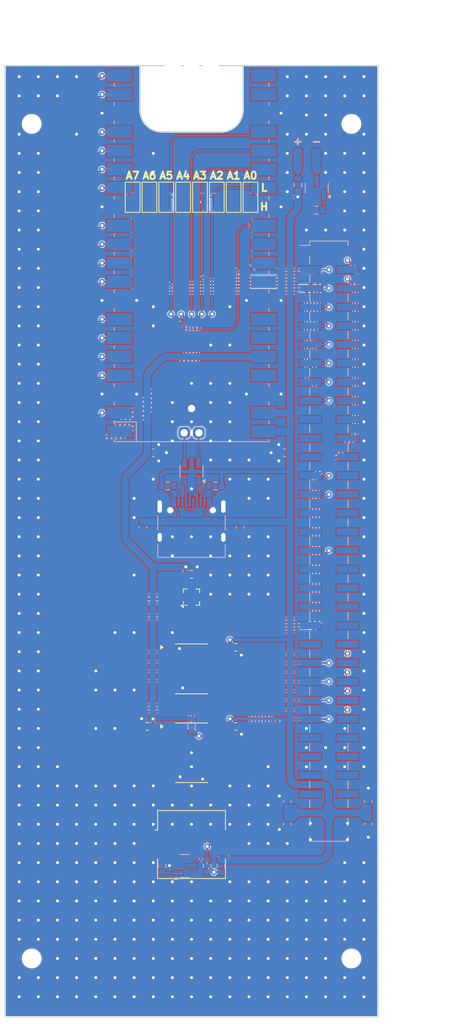
<source format=kicad_pcb>
(kicad_pcb (version 20240108) (generator "pcbnew") (generator_version "8.0")
  (layers (0 "F.Cu" signal) (31 "B.Cu" signal) (34 "B.Paste" user) (35 "F.Paste" user) (36 "B.SilkS" user "B.Silkscreen") (37 "F.SilkS" user "F.Silkscreen") (38 "B.Mask" user) (39 "F.Mask" user) (44 "Edge.Cuts" user))
  (net 0 "")
  (net 1 "+5V")
  (net 2 "GND")
  (net 11 "+3V3")
  (net 12 "Net-(J3-D+-PadA6)")
  (net 14 "Net-(J3-D--PadA7)")
  (net 16 "Net-(J3-CC1)")
  (net 17 "Net-(J3-CC2)")
  (net 18 "/FIFO_EXT_D4")
  (net 19 "/FIFO_EXT_D0")
  (net 20 "/FIFO_EXT_D6")
  (net 21 "/FIFO_EXT_D2")
  (net 22 "/FIFO_EXT_D5")
  (net 23 "/FIFO_EXT_D3")
  (net 24 "/FIFO_EXT_D1")
  (net 25 "/FIFO_EXT_D7")
  (net 26 "/USB_D+")
  (net 27 "/USB_D-")
  (net 28 "/FIFO_EXT_EN")
  (net 29 "/FIFO_EXT_A1")
  (net 30 "/~{RESET}")
  (net 31 "/FIFO_EXT_R{slash}~{W}")
  (net 34 "/FIFO_EXT_A0")
  (net 38 "/CARD_A5")
  (net 41 "/CARD_A3")
  (net 44 "/CARD_A4")
  (net 45 "/CARD_A0")
  (net 48 "/CARD_A2")
  (net 49 "/CARD_A1")
  (net 52 "/CARD_A6")
  (net 53 "/CARD_A7")
  (net 82 "Net-(D1-K)")
  (net 83 "/BACKLIGHT_PWM")
  (net 84 "Net-(Q2-D)")
  (net 85 "/BUZZER_PWM")
  (net 86 "/ACCEL_SDA")
  (net 87 "/ACCEL_INT1")
  (net 88 "/ACCEL_SCL")
  (net 89 "/ACCEL_INT2")
  (net 90 "/ACCEL_~{CS}")
  (net 91 "Net-(D1-A)")
  (net 92 "Net-(LS1-Pad1)")
  (net 94 "/FIFO_D2_3V3")
  (net 95 "/FIFO_D0_3V3")
  (net 96 "/FIFO_D4_3V3")
  (net 97 "/FIFO_D1_3V3")
  (net 98 "/FIFO_D5_3V3")
  (net 99 "/FIFO_D6_3V3")
  (net 100 "/FIFO_D3_3V3")
  (net 101 "/FIFO_D7_3V3")
  (net 102 "/FIFO_A1_3V3")
  (net 103 "/FIFO_EN_3V3")
  (net 104 "/FIFO_R{slash}~{W}_3V3")
  (net 105 "/FIFO_A0_3V3")
  (net 106 "/~{RESET}_3V3")
  (net 107 "/TRCVR_~{OE}")
  (net 108 "/TRCVR_DIR")
  (footprint "Jumper:SolderJumper-3_P1.3mm_Bridged2Bar12_Pad1.0x1.5mm" (layer "F.Cu") (at 201.92857 39.75 90)
    (property "Reference" "JP3" (hide yes))
    (property "Value" "SolderJumper_3_Bridged12" (hide yes))
  )
  (footprint "Capacitor_SMD:C_0603_1608Metric" (layer "F.Cu") (at 198.5 90.9)
    (property "Reference" "C10" (hide yes))
    (property "Value" "100n")
  )
  (footprint "Jumper:SolderJumper-3_P1.3mm_Bridged2Bar12_Pad1.0x1.5mm" (layer "F.Cu") (at 195.071428 39.75 90)
    (property "Reference" "JP6" (hide yes))
    (property "Value" "SolderJumper_3_Bridged12" (hide yes))
  )
  (footprint "Buzzer_Beeper:Buzzer_Murata_PKMCS0909E" (layer "F.Cu") (at 198.5 127.545)
    (property "Reference" "LS1" (hide yes))
    (property "Value" "PKMCS0909E")
  )
  (footprint "Package_SO:TSSOP-20_4.4x6.5mm_P0.65mm" (layer "F.Cu") (at 198.5 103.72)
    (property "Reference" "U6" (hide yes))
    (property "Value" "SN74HCS244")
  )
  (footprint "MountingHole:MountingHole_2.5mm" (layer "F.Cu") (at 176.8 29.8)
    (property "Reference" "H1" (hide yes))
    (property "Value" "M2")
  )
  (footprint "Jumper:SolderJumper-3_P1.3mm_Bridged2Bar12_Pad1.0x1.5mm" (layer "F.Cu") (at 190.5 39.75 90)
    (property "Reference" "JP8" (hide yes))
    (property "Value" "SolderJumper_3_Bridged12" (hide yes))
  )
  (footprint "Capacitor_SMD:C_0603_1608Metric" (layer "F.Cu") (at 204.5 100.795)
    (property "Reference" "C6" (hide yes))
    (property "Value" "100n")
  )
  (footprint "Package_LGA:LGA-12_2x2mm_P0.5mm" (layer "F.Cu") (at 198.5 93.99 90)
    (property "Reference" "U4" (hide yes))
    (property "Value" "LIS2DW12")
  )
  (footprint "Jumper:SolderJumper-3_P1.3mm_Bridged2Bar12_Pad1.0x1.5mm" (layer "F.Cu") (at 197.357142 39.75 90)
    (property "Reference" "JP5" (hide yes))
    (property "Value" "SolderJumper_3_Bridged12" (hide yes))
  )
  (footprint "MountingHole:MountingHole_2.5mm" (layer "F.Cu") (at 176.8 143)
    (property "Reference" "H3" (hide yes))
    (property "Value" "M2")
  )
  (footprint "MountingHole:MountingHole_2.5mm" (layer "F.Cu") (at 220.2 143)
    (property "Reference" "H4" (hide yes))
    (property "Value" "M2")
  )
  (footprint "Capacitor_SMD:C_0603_1608Metric" (layer "F.Cu") (at 204.5 111.525)
    (property "Reference" "C3" (hide yes))
    (property "Value" "100n")
  )
  (footprint "Jumper:SolderJumper-3_P1.3mm_Bridged2Bar12_Pad1.0x1.5mm" (layer "F.Cu") (at 199.642856 39.75 90)
    (property "Reference" "JP4" (hide yes))
    (property "Value" "SolderJumper_3_Bridged12" (hide yes))
  )
  (footprint "Jumper:SolderJumper-3_P1.3mm_Bridged2Bar12_Pad1.0x1.5mm" (layer "F.Cu") (at 206.499998 39.75 90)
    (property "Reference" "JP1" (hide yes))
    (property "Value" "SolderJumper_3_Bridged12" (hide yes))
  )
  (footprint "Jumper:SolderJumper-3_P1.3mm_Bridged2Bar12_Pad1.0x1.5mm" (layer "F.Cu") (at 192.785714 39.75 90)
    (property "Reference" "JP7" (hide yes))
    (property "Value" "SolderJumper_3_Bridged12" (hide yes))
  )
  (footprint "MountingHole:MountingHole_2.5mm" (layer "F.Cu") (at 220.2 29.8)
    (property "Reference" "H2" (hide yes))
    (property "Value" "M2")
  )
  (footprint "Capacitor_SMD:C_0603_1608Metric" (layer "F.Cu") (at 192.5 111.525 180)
    (property "Reference" "C4" (hide yes))
    (property "Value" "100n")
  )
  (footprint "Package_SO:TSSOP-24_4.4x7.8mm_P0.65mm" (layer "F.Cu") (at 198.5 115.1)
    (property "Reference" "U1" (hide yes))
    (property "Value" "SN74LXC8T245")
  )
  (footprint "Jumper:SolderJumper-3_P1.3mm_Bridged2Bar12_Pad1.0x1.5mm" (layer "F.Cu") (at 204.214284 39.75 90)
    (property "Reference" "JP2" (hide yes))
    (property "Value" "SolderJumper_3_Bridged12" (hide yes))
  )
  (footprint "Resistor_SMD:R_0603_1608Metric" (layer "B.Cu") (at 198.5 111.325 -90)
    (property "Reference" "R5" (hide yes))
    (property "Value" "10k")
  )
  (footprint "Capacitor_SMD:C_0603_1608Metric" (layer "B.Cu") (at 222.5 121.73 90)
    (property "Reference" "C7" (hide yes))
    (property "Value" "10u")
  )
  (footprint "Package_TO_SOT_SMD:SOT-23" (layer "B.Cu") (at 215.5 38.5 90)
    (property "Reference" "Q1" (hide yes))
    (property "Value" "BSS138")
  )
  (footprint "decoder:Con_01x02_2.54_SMD" (layer "B.Cu") (at 214.2 34.8 180)
    (property "Reference" "D1" (hide yes))
    (property "Value" "LED FILAMENT")
  )
  (footprint "Capacitor_SMD:C_0603_1608Metric" (layer "B.Cu") (at 211.5 124.73 -90)
    (property "Reference" "C9" (hide yes))
    (property "Value" "100n")
  )
  (footprint "Capacitor_SMD:C_0603_1608Metric" (layer "B.Cu") (at 211.5 121.73 90)
    (property "Reference" "C8" (hide yes))
    (property "Value" "10u")
  )
  (footprint "Resistor_SMD:R_0603_1608Metric" (layer "B.Cu") (at 194.499166 130.45 -90)
    (property "Reference" "R8" (hide yes))
    (property "Value" "10k")
  )
  (footprint "RPi_Pico:RPi_PicoW_SMD_TH" (layer "B.Cu") (at 198.5 47.4)
    (property "Reference" "U2" (hide yes))
    (property "Value" "PicoW")
  )
  (footprint "Capacitor_SMD:C_0603_1608Metric" (layer "B.Cu") (at 193.275 74.4)
    (property "Reference" "C13" (hide yes))
    (property "Value" "10u")
  )
  (footprint "Resistor_SMD:R_0603_1608Metric" (layer "B.Cu") (at 215.47 41.5)
    (property "Reference" "R7" (hide yes))
    (property "Value" "10k")
  )
  (footprint "Connector_USB:USB_C_Receptacle_XKB_U262-16XN-4BVC11" (layer "B.Cu") (at 198.5 84.805 180)
    (property "Reference" "J3" (hide yes))
    (property "Value" "USB4800")
  )
  (footprint "Capacitor_SMD:C_0603_1608Metric" (layer "B.Cu") (at 222.5 124.73 -90)
    (property "Reference" "C5" (hide yes))
    (property "Value" "100n")
  )
  (footprint "Resistor_SMD:R_0603_1608Metric" (layer "B.Cu") (at 212.93 38.075 90)
    (property "Reference" "R6" (hide yes))
    (property "Value" "33")
  )
  (footprint "Connector_PinSocket_2.54mm:PinSocket_2x32_P2.54mm_Vertical_SMD" (layer "B.Cu") (at 217.15 86.4 180)
    (property "Reference" "J1" (hide yes))
    (property "Value" "Conn_02x32_Odd_Even")
  )
  (footprint "Resistor_SMD:R_0603_1608Metric" (layer "B.Cu") (at 195.25 78.9)
    (property "Reference" "R2" (hide yes))
    (property "Value" "5k1")
  )
  (footprint "Package_TO_SOT_SMD:SOT-23" (layer "B.Cu") (at 197.5625 130.45)
    (property "Reference" "Q2" (hide yes))
    (property "Value" "BSS138")
  )
  (footprint "Resistor_SMD:R_0603_1608Metric" (layer "B.Cu") (at 201.75 78.9)
    (property "Reference" "R1" (hide yes))
    (property "Value" "5k1")
  )
  (footprint "Resistor_SMD:R_0603_1608Metric" (layer "B.Cu") (at 200.625833 130.45 90)
    (property "Reference" "R10" (hide yes))
    (property "Value" "1k")
  )
  (footprint "Capacitor_SMD:C_0603_1608Metric" (layer "B.Cu") (at 191.9 84.52 -90)
    (property "Reference" "C1" (hide yes))
    (property "Value" "10u")
  )
  (footprint "Capacitor_SMD:C_0603_1608Metric" (layer "B.Cu") (at 205.1 84.52 -90)
    (property "Reference" "C11" (hide yes))
    (property "Value" "10u")
  )
  (footprint "Package_TO_SOT_SMD:SOT-23-6" (layer "B.Cu") (at 198.5 76.95 90)
    (property "Reference" "U3" (hide yes))
    (property "Value" "USBLC6-2SC6")
  )
  (footprint "Resistor_SMD:R_0603_1608Metric" (layer "B.Cu") (at 202.499166 130.45 -90)
    (property "Reference" "R9" (hide yes))
    (property "Value" "100")
  )
  (footprint "Capacitor_SMD:C_0603_1608Metric" (layer "B.Cu") (at 211.125 74.4 180)
    (property "Reference" "C12" (hide yes))
    (property "Value" "10u")
  )
  (gr_line (start 191.500001 21.9) (end 173.2 21.9) (stroke (width 0.2)) (layer "Edge.Cuts"))
  (gr_line (start 173.2 150.9) (end 223.8 150.9) (stroke (width 0.2)) (layer "Edge.Cuts"))
  (gr_line (start 223.8 21.9) (end 205.500001 21.9) (stroke (width 0.2)) (layer "Edge.Cuts"))
  (gr_line (start 205.500001 21.9) (end 205.500001 27.9) (stroke (width 0.2)) (layer "Edge.Cuts"))
  (gr_line (start 191.500001 27.9) (end 191.500001 21.9) (stroke (width 0.2)) (layer "Edge.Cuts"))
  (gr_arc (start 205.500001 27.9) (mid 204.621321 30.021321) (end 202.5 30.9) (stroke (width 0.2)) (layer "Edge.Cuts"))
  (gr_arc (start 194.5 30.9) (mid 192.37868 30.02132) (end 191.5 27.9) (stroke (width 0.2)) (layer "Edge.Cuts"))
  (gr_line (start 173.2 21.9) (end 173.2 150.9) (stroke (width 0.2)) (layer "Edge.Cuts"))
  (gr_line (start 223.8 150.9) (end 223.8 21.9) (stroke (width 0.2)) (layer "Edge.Cuts"))
  (gr_line (start 202.5 30.9) (end 194.5 30.9) (stroke (width 0.2)) (layer "Edge.Cuts"))
  (gr_text "-" (at 215.47 32.75 0) (layer "B.SilkS") (effects (font (size 1 1) (thickness 0.25) (bold yes)) (justify bottom)))
  (gr_text "+" (at 212.93 32.75 0) (layer "B.SilkS") (effects (font (size 1 1) (thickness 0.25) (bold yes)) (justify bottom)))
  (gr_text "A0" (at 206.499998 37.4 0) (layer "F.SilkS") (effects (font (size 1 1) (thickness 0.3) (bold yes)) (justify bottom)))
  (gr_text "A7\n" (at 190.5 37.4 0) (layer "F.SilkS") (effects (font (size 1 1) (thickness 0.3) (bold yes)) (justify bottom)))
  (gr_text "H" (at 208.35 41.05 0) (layer "F.SilkS") (effects (font (size 1 1) (thickness 0.25) (bold yes))))
  (gr_text "A5\n" (at 195.071428 37.4 0) (layer "F.SilkS") (effects (font (size 1 1) (thickness 0.3) (bold yes)) (justify bottom)))
  (gr_text "A2\n" (at 201.92857 37.4 0) (layer "F.SilkS") (effects (font (size 1 1) (thickness 0.3) (bold yes)) (justify bottom)))
  (gr_text "A1\n" (at 204.214284 37.4 0) (layer "F.SilkS") (effects (font (size 1 1) (thickness 0.3) (bold yes)) (justify bottom)))
  (gr_text "A3\n" (at 199.642856 37.4 0) (layer "F.SilkS") (effects (font (size 1 1) (thickness 0.3) (bold yes)) (justify bottom)))
  (gr_text "A6" (at 192.785714 37.4 0) (layer "F.SilkS") (effects (font (size 1 1) (thickness 0.3) (bold yes)) (justify bottom)))
  (gr_text "A4\n" (at 197.357142 37.4 0) (layer "F.SilkS") (effects (font (size 1 1) (thickness 0.3) (bold yes)) (justify bottom)))
  (gr_text "L" (at 208.35 38.45 0) (layer "F.SilkS") (effects (font (size 1 1) (thickness 0.25) (bold yes))))
  (segment (start 203.725 100.795) (end 203.725 99.77) (width 0.5) (layer "F.Cu") (net 1))
  (segment (start 203.725 100.795) (end 201.3625 100.795) (width 0.25) (layer "F.Cu") (net 1))
  (segment (start 206.499998 39.75) (end 212.95 39.75) (width 0.25) (layer "F.Cu") (net 1))
  (segment (start 200.2 111.823743) (end 200.2 111.876256) (width 0.25) (layer "F.Cu") (net 1))
  (segment (start 203.725 110.5) (end 203.725 111.525) (width 0.5) (layer "F.Cu") (net 1))
  (segment (start 200.498743 112.175) (end 201.3625 112.175) (width 0.25) (layer "F.Cu") (net 1))
  (segment (start 203.725 111.525) (end 201.3625 111.525) (width 0.25) (layer "F.Cu") (net 1))
  (segment (start 200.498743 111.525) (end 201.3625 111.525) (width 0.25) (layer "F.Cu") (net 1))
  (segment (start 206.499998 39.75) (end 190.5 39.75) (width 0.25) (layer "F.Cu") (net 1))
  (via (at 203.725 99.77) (size 0.8) (drill 0.4) (layers "F.Cu" "B.Cu") (net 1))
  (via (at 203.725 110.5) (size 0.8) (drill 0.4) (layers "F.Cu" "B.Cu") (net 1))
  (via (at 212.93 39.7) (size 0.8) (drill 0.4) (layers "F.Cu" "B.Cu") (net 1))
  (arc (start 200.2875 112.0875) (mid 200.384419 112.152259) (end 200.498743 112.175) (width 0.25) (layer "F.Cu") (net 1))
  (arc (start 200.498743 111.525) (mid 200.384419 111.54774) (end 200.2875 111.6125) (width 0.25) (layer "F.Cu") (net 1))
  (arc (start 200.2875 111.6125) (mid 200.22274 111.709419) (end 200.2 111.823743) (width 0.25) (layer "F.Cu") (net 1))
  (arc (start 200.2 111.876256) (mid 200.22274 111.99058) (end 200.2875 112.0875) (width 0.25) (layer "F.Cu") (net 1))
  (segment (start 211.9 69.914214) (end 211.9 71.085786) (width 1) (layer "B.Cu") (net 1))
  (segment (start 195.95 80.78) (end 195.95 81.135) (width 0.25) (layer "B.Cu") (net 1))
  (segment (start 211.9 99.771464) (end 211.9 99.778535) (width 1) (layer "B.Cu") (net 1))
  (segment (start 202.532322 76.95) (end 201.692893 76.95) (width 0.5) (layer "B.Cu") (net 1))
  (segment (start 211.9 71.085786) (end 211.9 70.207107) (width 1) (layer "B.Cu") (net 1))
  (segment (start 212.93 39.7) (end 212.93 38.9) (width 1) (layer "B.Cu") (net 1))
  (segment (start 211.9 110.514644) (end 211.9 110.585355) (width 1) (layer "B.Cu") (net 1))
  (segment (start 200.641421 83.745) (end 200.358578 83.745) (width 1) (layer "B.Cu") (net 1))
  (segment (start 212.70234 119.42) (end 216.330588 119.42) (width 1) (layer "B.Cu") (net 1))
  (segment (start 196.7 83.403578) (end 196.7 82.618249) (width 0.25) (layer "B.Cu") (net 1))
  (segment (start 198.5 76.45) (end 198.5 75.8125) (width 0.5) (layer "B.Cu") (net 1))
  (segment (start 199.06875 76.95) (end 200.825 76.95) (width 0.5) (layer "B.Cu") (net 1))
  (segment (start 196.25 81.531852) (end 196.25 81.135) (width 0.25) (layer "B.Cu") (net 1))
  (segment (start 196.641421 83.745) (end 196.358578 83.745) (width 1) (layer "B.Cu") (net 1))
  (segment (start 201.975 76.95) (end 200.825 76.95) (width 0.5) (layer "B.Cu") (net 1))
  (segment (start 197.914214 83.745) (end 196.641421 83.745) (width 1) (layer "B.Cu") (net 1))
  (segment (start 215.826992 129.625) (end 202.499166 129.625) (width 1) (layer "B.Cu") (net 1))
  (segment (start 211.9 118.617659) (end 211.9 110.585355) (width 1) (layer "B.Cu") (net 1))
  (segment (start 205.1 83.745) (end 200.641421 83.745) (width 1) (layer "B.Cu") (net 1))
  (segment (start 202.575 76.992677) (end 202.575 78.9) (width 0.5) (layer "B.Cu") (net 1))
  (segment (start 211.9 70.207107) (end 211.9 69.348492) (width 1) (layer "B.Cu") (net 1))
  (segment (start 211.648786 71.53) (end 207.39 71.53) (width 1) (layer "B.Cu") (net 1))
  (segment (start 211.541507 68.99) (end 207.39 68.99) (width 1) (layer "B.Cu") (net 1))
  (segment (start 211.685 71.515) (end 211.7 71.5) (width 1) (layer "B.Cu") (net 1))
  (segment (start 211.9 69.914214) (end 211.9 42.91349) (width 1) (layer "B.Cu") (net 1))
  (segment (start 217.15 120.239411) (end 217.15 128.301992) (width 1) (layer "B.Cu") (net 1))
  (segment (start 211.814644 110.5) (end 203.725 110.5) (width 0.5) (layer "B.Cu") (net 1))
  (segment (start 194.425 77.5625) (end 194.425 78.9) (width 0.5) (layer "B.Cu") (net 1))
  (segment (start 205.1 83.745) (end 211.5 83.745) (width 1) (layer "B.Cu") (net 1))
  (segment (start 212.93 39.7) (end 212.93 40.756509) (width 1) (layer "B.Cu") (net 1))
  (segment (start 201.301022 80.173977) (end 202.575 78.9) (width 0.25) (layer "B.Cu") (net 1))
  (segment (start 194.425 78.9) (end 195.698977 80.173977) (width 0.25) (layer "B.Cu") (net 1))
  (segment (start 203.725 99.77) (end 211.891464 99.77) (width 0.5) (layer "B.Cu") (net 1))
  (segment (start 199.06875 76.95) (end 198 76.95) (width 0.5) (layer "B.Cu") (net 1))
  (segment (start 200.75 81.531852) (end 200.75 81.135) (width 0.25) (layer "B.Cu") (net 1))
  (segment (start 211.9 99.778535) (end 211.9 110.514644) (width 1) (layer "B.Cu") (net 1))
  (segment (start 201.975 76.95) (end 211.614644 76.95) (width 0.5) (layer "B.Cu") (net 1))
  (segment (start 201.05 80.78) (end 201.05 81.135) (width 0.25) (layer "B.Cu") (net 1))
  (segment (start 194.425 77.4375) (end 194.425 77.5625) (width 0.5) (layer "B.Cu") (net 1))
  (segment (start 199.085786 83.745) (end 197.914214 83.745) (width 1) (layer "B.Cu") (net 1))
  (segment (start 199.085786 83.745) (end 200.358578 83.745) (width 1) (layer "B.Cu") (net 1))
  (segment (start 194.637499 77.162499) (end 194.469194 77.330805) (width 0.5) (layer "B.Cu") (net 1))
  (segment (start 212.531551 41.718447) (end 212.298448 41.951551) (width 1) (layer "B.Cu") (net 1))
  (segment (start 200.3 82.618249) (end 200.3 83.403578) (width 0.25) (layer "B.Cu") (net 1))
  (segment (start 196.358578 83.745) (end 191.9 83.745) (width 1) (layer "B.Cu") (net 1))
  (segment (start 211.9 99.771464) (end 211.9 71.085786) (width 1) (layer "B.Cu") (net 1))
  (segment (start 198 76.95) (end 195.15052 76.95) (width 0.5) (layer "B.Cu") (net 1))
  (segment (start 200.825 76.95) (end 201.692893 76.95) (width 0.5) (layer "B.Cu") (net 1))
  (segment (start 211.675 76.925) (end 211.7 76.9) (width 0.5) (layer "B.Cu") (net 1))
  (arc (start 194.469194 77.330805) (mid 194.436485 77.379757) (end 194.425 77.4375) (width 0.5) (layer "B.Cu") (net 1))
  (arc (start 211.875 110.525) (mid 211.890959 110.528174) (end 211.9 110.514644) (width 0.5) (layer "B.Cu") (net 1))
  (arc (start 201.301022 80.173977) (mid 201.115238 80.452022) (end 201.05 80.78) (width 0.25) (layer "B.Cu") (net 1))
  (arc (start 211.795 69.095) (mid 211.678696 69.017288) (end 211.541507 68.99) (width 1) (layer "B.Cu") (net 1))
  (arc (start 200.358578 83.745) (mid 200.412698 83.708838) (end 200.4 83.645) (width 1) (layer "B.Cu") (net 1))
  (arc (start 211.8975 99.7725) (mid 211.899095 99.772817) (end 211.9 99.771464) (width 0.5) (layer "B.Cu") (net 1))
  (arc (start 202.5625 76.9625) (mid 202.548654 76.953248) (end 202.532322 76.95) (width 0.5) (layer "B.Cu") (net 1))
  (arc (start 217.15 128.301992) (mid 217.049292 128.808285) (end 216.7625 129.2375) (width 1) (layer "B.Cu") (net 1))
  (arc (start 200.75 81.531852) (mid 200.691524 81.825829) (end 200.525 82.075051) (width 0.25) (layer "B.Cu") (net 1))
  (arc (start 195.698977 80.173977) (mid 195.884761 80.452022) (end 195.95 80.78) (width 0.25) (layer "B.Cu") (net 1))
  (arc (start 216.91 119.66) (mid 217.087626 119.925836) (end 217.15 120.239411) (width 1) (layer "B.Cu") (net 1))
  (arc (start 211.685 71.515) (mid 211.668385 71.526101) (end 211.648786 71.53) (width 1) (layer "B.Cu") (net 1))
  (arc (start 201.692893 76.95) (mid 201.833946 76.95) (end 201.975 76.95) (width 0.5) (layer "B.Cu") (net 1))
  (arc (start 196.7 83.403578) (mid 196.67401 83.534234) (end 196.6 83.645) (width 0.25) (layer "B.Cu") (net 1))
  (arc (start 196.25 81.531852) (mid 196.308475 81.825829) (end 196.475 82.075051) (width 0.25) (layer "B.Cu") (net 1))
  (arc (start 196.475 82.075051) (mid 196.641524 82.324272) (end 196.7 82.618249) (width 0.25) (layer "B.Cu") (net 1))
  (arc (start 216.7625 129.2375) (mid 216.333285 129.524292) (end 215.826992 129.625) (width 1) (layer "B.Cu") (net 1))
  (arc (start 212.93 40.756509) (mid 212.826446 41.277106) (end 212.531551 41.718447) (width 1) (layer "B.Cu") (net 1))
  (arc (start 211.8975 99.7725) (mid 211.89473 99.770649) (end 211.891464 99.77) (width 0.5) (layer "B.Cu") (net 1))
  (arc (start 195.15052 76.95) (mid 194.872875 77.005226) (end 194.637499 77.162499) (width 0.5) (layer "B.Cu") (net 1))
  (arc (start 198.5 76.45) (mid 198.666583 76.803553) (end 199.06875 76.95) (width 0.5) (layer "B.Cu") (net 1))
  (arc (start 211.9 118.617659) (mid 211.961074 118.924701) (end 212.135 119.185) (width 1) (layer "B.Cu") (net 1))
  (arc (start 211.9 99.778535) (mid 211.89935 99.775268) (end 211.8975 99.7725) (width 1) (layer "B.Cu") (net 1))
  (arc (start 216.91 119.66) (mid 216.644163 119.482373) (end 216.330588 119.42) (width 1) (layer "B.Cu") (net 1))
  (arc (start 196.6 83.645) (mid 196.587301 83.708838) (end 196.641421 83.745) (width 0.25) (layer "B.Cu") (net 1))
  (arc (start 211.9 70.207107) (mid 211.9 70.06066) (end 211.9 69.914214) (width 1) (layer "B.Cu") (net 1))
  (arc (start 212.135 119.185) (mid 212.395297 119.358925) (end 212.70234 119.42) (width 1) (layer "B.Cu") (net 1))
  (arc (start 211.675 76.925) (mid 211.647308 76.943502) (end 211.614644 76.95) (width 0.5) (layer "B.Cu") (net 1))
  (arc (start 198 76.95) (mid 198.353553 76.803553) (end 198.5 76.45) (width 0.5) (layer "B.Cu") (net 1))
  (arc (start 211.795 69.095) (mid 211.872711 69.211303) (end 211.9 69.348492) (width 1) (layer "B.Cu") (net 1))
  (arc (start 211.9 110.585355) (mid 211.893502 110.552691) (end 211.875 110.525) (width 1) (layer "B.Cu") (net 1))
  (arc (start 212.298448 41.951551) (mid 212.003553 42.392892) (end 211.9 42.91349) (width 1) (layer "B.Cu") (net 1))
  (arc (start 200.3 83.403578) (mid 200.325989 83.534234) (end 200.4 83.645) (width 0.25) (layer "B.Cu") (net 1))
  (arc (start 196.358578 83.745) (mid 196.489234 83.71901) (end 196.6 83.645) (width 1) (layer "B.Cu") (net 1))
  (arc (start 211.875 110.525) (mid 211.847308 110.506497) (end 211.814644 110.5) (width 0.5) (layer "B.Cu") (net 1))
  (arc (start 200.4 83.645) (mid 200.510764 83.71901) (end 200.641421 83.745) (width 0.25) (layer "B.Cu") (net 1))
  (arc (start 200.525 82.075051) (mid 200.358475 82.324272) (end 200.3 82.618249) (width 0.25) (layer "B.Cu") (net 1))
  (arc (start 202.5625 76.9625) (mid 202.571751 76.976345) (end 202.575 76.992677) (width 0.5) (layer "B.Cu") (net 1))
  (segment (start 199.25 90.925) (end 199.275 90.9) (width 0.25) (layer "F.Cu") (net 2))
  (via (at 177.7 77.996) (size 0.8) (drill 0.4) (layers "F.Cu" "B.Cu") (net 2))
  (via (at 195.9 98.796) (size 0.8) (drill 0.4) (layers "F.Cu" "B.Cu") (net 2))
  (via (at 198.5 140.396) (size 0.8) (drill 0.4) (layers "F.Cu" "B.Cu") (net 2))
  (via (at 177.7 75.396) (size 0.8) (drill 0.4) (layers "F.Cu" "B.Cu") (net 2))
  (via (at 206.3 132.596) (size 0.8) (drill 0.4) (layers "F.Cu" "B.Cu") (net 2))
  (via (at 193.3 33.796) (size 0.8) (drill 0.4) (layers "F.Cu" "B.Cu") (net 2))
  (via (at 211.5 145.596) (size 0.8) (drill 0.4) (layers "F.Cu" "B.Cu") (net 2))
  (via (at 193.3 137.796) (size 0.8) (drill 0.4) (layers "F.Cu" "B.Cu") (net 2))
  (via (at 221.9 31.196) (size 0.8) (drill 0.4) (layers "F.Cu" "B.Cu") (net 2))
  (via (at 177.7 51.996) (size 0.8) (drill 0.4) (layers "F.Cu" "B.Cu") (net 2))
  (via (at 210.65 28.35) (size 0.8) (drill 0.4) (layers "F.Cu" "B.Cu") (net 2))
  (via (at 216.7 33.796) (size 0.8) (drill 0.4) (layers "F.Cu" "B.Cu") (net 2))
  (via (at 198.5 116.996) (size 0.8) (drill 0.4) (layers "F.Cu" "B.Cu") (net 2))
  (via (at 201.1 137.796) (size 0.8) (drill 0.4) (layers "F.Cu" "B.Cu") (net 2))
  (via (at 203.7 59.796) (size 0.8) (drill 0.4) (layers "F.Cu" "B.Cu") (net 2))
  (via (at 186.35 28.35) (size 0.8) (drill 0.4) (layers "F.Cu" "B.Cu") (net 2))
  (via (at 193.3 135.196) (size 0.8) (drill 0.4) (layers "F.Cu" "B.Cu") (net 2))
  (via (at 190.7 132.596) (size 0.8) (drill 0.4) (layers "F.Cu" "B.Cu") (net 2))
  (via (at 221.9 111.796) (size 0.8) (drill 0.4) (layers "F.Cu" "B.Cu") (net 2))
  (via (at 190.7 135.196) (size 0.8) (drill 0.4) (layers "F.Cu" "B.Cu") (net 2))
  (via (at 175.1 119.596) (size 0.8) (drill 0.4) (layers "F.Cu" "B.Cu") (net 2))
  (via (at 175.1 36.396) (size 0.8) (drill 0.4) (layers "F.Cu" "B.Cu") (net 2))
  (via (at 175.1 96.196) (size 0.8) (drill 0.4) (layers "F.Cu" "B.Cu") (net 2))
  (via (at 219.3 129.996) (size 0.8) (drill 0.4) (layers "F.Cu" "B.Cu") (net 2))
  (via (at 221.9 64.996) (size 0.8) (drill 0.4) (layers "F.Cu" "B.Cu") (net 2))
  (via (at 188.1 111.796) (size 0.8) (drill 0.4) (layers "F.Cu" "B.Cu") (net 2))
  (via (at 221.9 25.996) (size 0.8) (drill 0.4) (layers "F.Cu" "B.Cu") (net 2))
  (via (at 211.5 142.996) (size 0.8) (drill 0.4) (layers "F.Cu" "B.Cu") (net 2))
  (via (at 214.1 132.596) (size 0.8) (drill 0.4) (layers "F.Cu" "B.Cu") (net 2))
  (via (at 175.1 116.996) (size 0.8) (drill 0.4) (layers "F.Cu" "B.Cu") (net 2))
  (via (at 214.1 111.796) (size 0.8) (drill 0.4) (layers "F.Cu" "B.Cu") (net 2))
  (via (at 175.1 49.396) (size 0.8) (drill 0.4) (layers "F.Cu" "B.Cu") (net 2))
  (via (at 211.5 31.196) (size 0.8) (drill 0.4) (layers "F.Cu" "B.Cu") (net 2))
  (via (at 177.7 132.596) (size 0.8) (drill 0.4) (layers "F.Cu" "B.Cu") (net 2))
  (via (at 210.42 125.505) (size 0.8) (drill 0.4) (layers "F.Cu" "B.Cu") (net 2))
  (via (at 203.7 135.196) (size 0.8) (drill 0.4) (layers "F.Cu" "B.Cu") (net 2))
  (via (at 188.1 127.396) (size 0.8) (drill 0.4) (layers "F.Cu" "B.Cu") (net 2))
  (via (at 214.1 140.396) (size 0.8) (drill 0.4) (layers "F.Cu" "B.Cu") (net 2))
  (via (at 190.7 127.396) (size 0.8) (drill 0.4) (layers "F.Cu" "B.Cu") (net 2))
  (via (at 206.3 119.596) (size 0.8) (drill 0.4) (layers "F.Cu" "B.Cu") (net 2))
  (via (at 175.1 54.596) (size 0.8) (drill 0.4) (layers "F.Cu" "B.Cu") (net 2))
  (via (at 211.5 38.996) (size 0.8) (drill 0.4) (layers "F.Cu" "B.Cu") (net 2))
  (via (at 221.9 46.796) (size 0.8) (drill 0.4) (layers "F.Cu" "B.Cu") (net 2))
  (via (at 206.3 142.996) (size 0.8) (drill 0.4) (layers "F.Cu" "B.Cu") (net 2))
  (via (at 216.7 36.396) (size 0.8) (drill 0.4) (layers "F.Cu" "B.Cu") (net 2))
  (via (at 175.1 33.796) (size 0.8) (drill 0.4) (layers "F.Cu" "B.Cu") (net 2))
  (via (at 201.1 88.396) (size 0.8) (drill 0.4) (layers "F.Cu" "B.Cu") (net 2))
  (via (at 221.9 59.796) (size 0.8) (drill 0.4) (layers "F.Cu" "B.Cu") (net 2))
  (via (at 177.7 106.596) (size 0.8) (drill 0.4) (layers "F.Cu" "B.Cu") (net 2))
  (via (at 175.1 83.196) (size 0.8) (drill 0.4) (layers "F.Cu" "B.Cu") (net 2))
  (via (at 199.275 89.875) (size 0.8) (drill 0.4) (layers "F.Cu" "B.Cu") (net 2))
  (via (at 193.3 129.996) (size 0.8) (drill 0.4) (layers "F.Cu" "B.Cu") (net 2))
  (via (at 210.65 41.05) (size 0.8) (drill 0.4) (layers "F.Cu" "B.Cu") (net 2))
  (via (at 211.5 148.196) (size 0.8) (drill 0.4) (layers "F.Cu" "B.Cu") (net 2))
  (via (at 180.3 124.796) (size 0.8) (drill 0.4) (layers "F.Cu" "B.Cu") (net 2))
  (via (at 205.27 101.85) (size 0.8) (drill 0.4) (layers "F.Cu" "B.Cu") (net 2))
  (via (at 185.5 129.996) (size 0.8) (drill 0.4) (layers "F.Cu" "B.Cu") (net 2))
  (via (at 196.95 118.35) (size 0.8) (drill 0.4) (layers "F.Cu" "B.Cu") (net 2))
  (via (at 177.7 148.196) (size 0.8) (drill 0.4) (layers "F.Cu" "B.Cu") (net 2))
  (via (at 175.1 93.596) (size 0.8) (drill 0.4) (layers "F.Cu" "B.Cu") (net 2))
  (via (at 219.3 114.396) (size 0.8) (drill 0.4) (layers "F.Cu" "B.Cu") (net 2))
  (via (at 201.1 135.196) (size 0.8) (drill 0.4) (layers "F.Cu" "B.Cu") (net 2))
  (via (at 177.7 101.396) (size 0.8) (drill 0.4) (layers "F.Cu" "B.Cu") (net 2))
  (via (at 195.9 135.196) (size 0.8) (drill 0.4) (layers "F.Cu" "B.Cu") (net 2))
  (via (at 208.9 140.396) (size 0.8) (drill 0.4) (layers "F.Cu" "B.Cu") (net 2))
  (via (at 188.1 142.996) (size 0.8) (drill 0.4) (layers "F.Cu" "B.Cu") (net 2))
  (via (at 185.5 127.396) (size 0.8) (drill 0.4) (layers "F.Cu" "B.Cu") (net 2))
  (via (at 175.1 90.996) (size 0.8) (drill 0.4) (layers "F.Cu" "B.Cu") (net 2))
  (via (at 206.3 80.596) (size 0.8) (drill 0.4) (layers "F.Cu" "B.Cu") (net 2))
  (via (at 208.9 142.996) (size 0.8) (drill 0.4) (layers "F.Cu" "B.Cu") (net 2))
  (via (at 208.9 122.196) (size 0.8) (drill 0.4) (layers "F.Cu" "B.Cu") (net 2))
  (via (at 177.7 129.996) (size 0.8) (drill 0.4) (layers "F.Cu" "B.Cu") (net 2))
  (via (at 182.9 145.596) (size 0.8) (drill 0.4) (layers "F.Cu" "B.Cu") (net 2))
  (via (at 216.7 145.596) (size 0.8) (drill 0.4) (layers "F.Cu" "B.Cu") (net 2))
  (via (at 221.9 44.196) (size 0.8) (drill 0.4) (layers "F.Cu" "B.Cu") (net 2))
  (via (at 206.3 148.196) (size 0.8) (drill 0.4) (layers "F.Cu" "B.Cu") (net 2))
  (via (at 219.3 137.796) (size 0.8) (drill 0.4) (layers "F.Cu" "B.Cu") (net 2))
  (via (at 175.1 57.196) (size 0.8) (drill 0.4) (layers "F.Cu" "B.Cu") (net 2))
  (via (at 182.9 23.396) (size 0.8) (drill 0.4) (layers "F.Cu" "B.Cu") (net 2))
  (via (at 201.1 72.796) (size 0.8) (drill 0.4) (layers "F.Cu" "B.Cu") (net 2))
  (via (at 221.9 145.596) (size 0.8) (drill 0.4) (layers "F.Cu" "B.Cu") (net 2))
  (via (at 198.5 122.196) (size 0.8) (drill 0.4) (layers "F.Cu" "B.Cu") (net 2))
  (via (at 188.1 122.196) (size 0.8) (drill 0.4) (layers "F.Cu" "B.Cu") (net 2))
  (via (at 180.3 148.196) (size 0.8) (drill 0.4) (layers "F.Cu" "B.Cu") (net 2))
  (via (at 221.9 38.996) (size 0.8) (drill 0.4) (layers "F.Cu" "B.Cu") (net 2))
  (via (at 208.9 135.196) (size 0.8) (drill 0.4) (layers "F.Cu" "B.Cu") (net 2))
  (via (at 175.1 114.396) (size 0.8) (drill 0.4) (layers "F.Cu" "B.Cu") (net 2))
  (via (at 221.9 98.796) (size 0.8) (drill 0.4) (layers "F.Cu" "B.Cu") (net 2))
  (via (at 195.9 122.196) (size 0.8) (drill 0.4) (layers "F.Cu" "B.Cu") (net 2))
  (via (at 201.1 124.796) (size 0.8) (drill 0.4) (layers "F.Cu" "B.Cu") (net 2))
  (via (at 214.1 137.796) (size 0.8) (drill 0.4) (layers "F.Cu" "B.Cu") (net 2))
  (via (at 203.7 75.396) (size 0.8) (drill 0.4) (layers "F.Cu" "B.Cu") (net 2))
  (via (at 214.1 148.196) (size 0.8) (drill 0.4) (layers "F.Cu" "B.Cu") (net 2))
  (via (at 175.1 72.796) (size 0.8) (drill 0.4) (layers "F.Cu" "B.Cu") (net 2))
  (via (at 175.1 77.996) (size 0.8) (drill 0.4) (layers "F.Cu" "B.Cu") (net 2))
  (via (at 180.3 122.196) (size 0.8) (drill 0.4) (layers "F.Cu" "B.Cu") (net 2))
  (via (at 193.3 57.196) (size 0.8) (drill 0.4) (layers "F.Cu" "B.Cu") (net 2))
  (via (at 206.3 90.996) (size 0.8) (drill 0.4) (layers "F.Cu" "B.Cu") (net 2))
  (via (at 201.1 90.996) (size 0.8) (drill 0.4) (layers "F.Cu" "B.Cu") (net 2))
  (via (at 188.1 124.796) (size 0.8) (drill 0.4) (layers "F.Cu" "B.Cu") (net 2))
  (via (at 175.1 31.196) (size 0.8) (drill 0.4) (layers "F.Cu" "B.Cu") (net 2))
  (via (at 216.7 114.396) (size 0.8) (drill 0.4) (layers "F.Cu" "B.Cu") (net 2))
  (via (at 210.35 73.3) (size 0.8) (drill 0.4) (layers "F.Cu" "B.Cu") (net 2))
  (via (at 221.9 36.396) (size 0.8) (drill 0.4) (layers "F.Cu" "B.Cu") (net 2))
  (via (at 180.3 132.596) (size 0.8) (drill 0.4) (layers "F.Cu" "B.Cu") (net 2))
  (via (at 190.7 119.596) (size 0.8) (drill 0.4) (layers "F.Cu" "B.Cu") (net 2))
  (via (at 203.7 54.596) (size 0.8) (drill 0.4) (layers "F.Cu" "B.Cu") (net 2))
  (via (at 194.05 73.3) (size 0.8) (drill 0.4) (layers "F.Cu" "B.Cu") (net 2))
  (via (at 175.1 127.396) (size 0.8) (drill 0.4) (layers "F.Cu" "B.Cu") (net 2))
  (via (at 175.1 51.996) (size 0.8) (drill 0.4) (layers "F.Cu" "B.Cu") (net 2))
  (via (at 214.1 28.596) (size 0.8) (drill 0.4) (layers "F.Cu" "B.Cu") (net 2))
  (via (at 177.7 90.996) (size 0.8) (drill 0.4) (layers "F.Cu" "B.Cu") (net 2))
  (via (at 177.7 140.396) (size 0.8) (drill 0.4) (layers "F.Cu" "B.Cu") (net 2))
  (via (at 177.7 135.196) (size 0.8) (drill 0.4) (layers "F.Cu" "B.Cu") (net 2))
  (via (at 190.7 106.596) (size 0.8) (drill 0.4) (layers "F.Cu" "B.Cu") (net 2))
  (via (at 180.3 145.596) (size 0.8) (drill 0.4) (layers "F.Cu" "B.Cu") (net 2))
  (via (at 175.1 80.596) (size 0.8) (drill 0.4) (layers "F.Cu" "B.Cu") (net 2))
  (via (at 198.5 70.196) (size 0.8) (drill 0.4) (layers "F.Cu" "B.Cu") (net 2))
  (via (at 185.5 148.196) (size 0.8) (drill 0.4) (layers "F.Cu" "B.Cu") (net 2))
  (via (at 221.9 51.996) (size 0.8) (drill 0.4) (layers "F.Cu" "B.Cu") (net 2))
  (via (at 203.7 142.996) (size 0.8) (drill 0.4) (layers "F.Cu" "B.Cu") (net 2))
  (via (at 221.9 54.596) (size 0.8) (drill 0.4) (layers "F.Cu" "B.Cu") (net 2))
  (via (at 175.1 70.196) (size 0.8) (drill 0.4) (layers "F.Cu" "B.Cu") (net 2))
  (via (at 203.7 67.596) (size 0.8) (drill 0.4) (layers "F.Cu" "B.Cu") (net 2))
  (via (at 221.9 90.996) (size 0.8) (drill 0.4) (layers "F.Cu" "B.Cu") (net 2))
  (via (at 214.1 145.596) (size 0.8) (drill 0.4) (layers "F.Cu" "B.Cu") (net 2))
  (via (at 177.7 36.396) (size 0.8) (drill 0.4) (layers "F.Cu" "B.Cu") (net 2))
  (via (at 219.3 36.396) (size 0.8) (drill 0.4) (layers "F.Cu" "B.Cu") (net 2))
  (via (at 175.1 103.996) (size 0.8) (drill 0.4) (layers "F.Cu" "B.Cu") (net 2))
  (via (at 206.3 122.196) (size 0.8) (drill 0.4) (layers "F.Cu" "B.Cu") (net 2))
  (via (at 203.7 137.796) (size 0.8) (drill 0.4) (layers "F.Cu" "B.Cu") (net 2))
  (via (at 201.1 148.196) (size 0.8) (drill 0.4) (layers "F.Cu" "B.Cu") (net 2))
  (via (at 216.7 132.596) (size 0.8) (drill 0.4) (layers "F.Cu" "B.Cu") (net 2))
  (via (at 177.7 109.196) (size 0.8) (drill 0.4) (layers "F.Cu" "B.Cu") (net 2))
  (via (at 193.3 77.996) (size 0.8) (drill 0.4) (layers "F.Cu" "B.Cu") (net 2))
  (via (at 206.3 77.996) (size 0.8) (drill 0.4) (layers "F.Cu" "B.Cu") (net 2))
  (via (at 190.7 140.396) (size 0.8) (drill 0.4) (layers "F.Cu" "B.Cu") (net 2))
  (via (at 195.9 70.196) (size 0.8) (drill 0.4) (layers "F.Cu" "B.Cu") (net 2))
  (via (at 216.7 31.196) (size 0.8) (drill 0.4) (layers "F.Cu" "B.Cu") (net 2))
  (via (at 221.9 75.396) (size 0.8) (drill 0.4) (layers "F.Cu" "B.Cu") (net 2))
  (via (at 180.3 25.996) (size 0.8) (drill 0.4) (layers "F.Cu" "B.Cu") (net 2))
  (via (at 180.3 127.396) (size 0.8) (drill 0.4) (layers "F.Cu" "B.Cu") (net 2))
  (via (at 175.1 140.396) (size 0.8) (drill 0.4) (layers "F.Cu" "B.Cu") (net 2))
  (via (at 206.3 145.596) (size 0.8) (drill 0.4) (layers "F.Cu" "B.Cu") (net 2))
  (via (at 216.7 148.196) (size 0.8) (drill 0.4) (layers "F.Cu" "B.Cu") (net 2))
  (via (at 180.3 119.596) (size 0.8) (drill 0.4) (layers "F.Cu" "B.Cu") (net 2))
  (via (at 205.95 66.45) (size 0.8) (drill 0.4) (layers "F.Cu" "B.Cu") (net 2))
  (via (at 177.7 137.796) (size 0.8) (drill 0.4) (layers "F.Cu" "B.Cu") (net 2))
  (via (at 221.9 101.396) (size 0.8) (drill 0.4) (layers "F.Cu" "B.Cu") (net 2))
  (via (at 203.7 90.996) (size 0.8) (drill 0.4) (layers "F.Cu" "B.Cu") (net 2))
  (via (at 214.1 31.196) (size 0.8) (drill 0.4) (layers "F.Cu" "B.Cu") (net 2))
  (via (at 219.3 135.196) (size 0.8) (drill 0.4) (layers "F.Cu" "B.Cu") (net 2))
  (via (at 203.7 140.396) (size 0.8) (drill 0.4) (layers "F.Cu" "B.Cu") (net 2))
  (via (at 188.1 129.996) (size 0.8) (drill 0.4) (layers "F.Cu" "B.Cu") (net 2))
  (via (at 180.3 142.996) (size 0.8) (drill 0.4) (layers "F.Cu" "B.Cu") (net 2))
  (via (at 177.7 103.996) (size 0.8) (drill 0.4) (layers "F.Cu" "B.Cu") (net 2))
  (via (at 203.7 70.196) (size 0.8) (drill 0.4) (layers "F.Cu" "B.Cu") (net 2))
  (via (at 177.7 54.596) (size 0.8) (drill 0.4) (layers "F.Cu" "B.Cu") (net 2))
  (via (at 208.9 93.596) (size 0.8) (drill 0.4) (layers "F.Cu" "B.Cu") (net 2))
  (via (at 201.1 75.396) (size 0.8) (drill 0.4) (layers "F.Cu" "B.Cu") (net 2))
  (via (at 177.7 72.796) (size 0.8) (drill 0.4) (layers "F.Cu" "B.Cu") (net 2))
  (via (at 216.7 25.996) (size 0.8) (drill 0.4) (layers "F.Cu" "B.Cu") (net 2))
  (via (at 177.7 111.796) (size 0.8) (drill 0.4) (layers "F.Cu" "B.Cu") (net 2))
  (via (at 206.3 88.396) (size 0.8) (drill 0.4) (layers "F.Cu" "B.Cu") (net 2))
  (via (at 177.7 116.996) (size 0.8) (drill 0.4) (layers "F.Cu" "B.Cu") (net 2))
  (via (at 203.7 119.596) (size 0.8) (drill 0.4) (layers "F.Cu" "B.Cu") (net 2))
  (via (at 177.7 67.596) (size 0.8) (drill 0.4) (layers "F.Cu" "B.Cu") (net 2))
  (via (at 182.9 142.996) (size 0.8) (drill 0.4) (layers "F.Cu" "B.Cu") (net 2))
  (via (at 214.1 44.196) (size 0.8) (drill 0.4) (layers "F.Cu" "B.Cu") (net 2))
  (via (at 197.3 106.3) (size 0.8) (drill 0.4) (layers "F.Cu" "B.Cu") (net 2))
  (via (at 208.9 124.796) (size 0.8) (drill 0.4) (layers "F.Cu" "B.Cu") (net 2))
  (via (at 177.7 88.396) (size 0.8) (drill 0.4) (layers "F.Cu" "B.Cu") (net 2))
  (via (at 208.9 116.996) (size 0.8) (drill 0.4) (layers "F.Cu" "B.Cu") (net 2))
  (via (at 175.1 132.596) (size 0.8) (drill 0.4) (layers "F.Cu" "B.Cu") (net 2))
  (via (at 209.3 74.4) (size 0.8) (drill 0.4) (layers "F.Cu" "B.Cu") (net 2))
  (via (at 177.7 70.196) (size 0.8) (drill 0.4) (layers "F.Cu" "B.Cu") (net 2))
  (via (at 211.5 135.196) (size 0.8) (drill 0.4) (layers "F.Cu" "B.Cu") (net 2))
  (via (at 208.9 127.396) (size 0.8) (drill 0.4) (layers "F.Cu" "B.Cu") (net 2))
  (via (at 191.72 110.47) (size 0.8) (drill 0.4) (layers "F.Cu" "B.Cu") (net 2))
  (via (at 175.1 111.796) (size 0.8) (drill 0.4) (layers "F.Cu" "B.Cu") (net 2))
  (via (at 175.1 101.396) (size 0.8) (drill 0.4) (layers "F.Cu" "B.Cu") (net 2))
  (via (at 205.95 53.75) (size 0.8) (drill 0.4) (layers "F.Cu" "B.Cu") (net 2))
  (via (at 191.05 66.45) (size 0.8) (drill 0.4) (layers "F.Cu" "B.Cu") (net 2))
  (via (at 221.9 41.596) (size 0.8) (drill 0.4) (layers "F.Cu" "B.Cu") (net 2))
  (via (at 195.9 67.596) (size 0.8) (drill 0.4) (layers "F.Cu" "B.Cu") (net 2))
  (via (at 201.1 67.596) (size 0.8) (drill 0.4) (layers "F.Cu" "B.Cu") (net 2))
  (via (at 185.5 111.796) (size 0.8) (drill 0.4) (layers "F.Cu" "B.Cu") (net 2))
  (via (at 206.3 124.796) (size 0.8) (drill 0.4) (layers "F.Cu" "B.Cu") (net 2))
  (via (at 175.1 25.996) (size 0.8) (drill 0.4) (layers "F.Cu" "B.Cu") (net 2))
  (via (at 200 118.65) (size 0.8) (drill 0.4) (layers "F.Cu" "B.Cu") (net 2))
  (via (at 185.5 135.196) (size 0.8) (drill 0.4) (layers "F.Cu" "B.Cu") (net 2))
  (via (at 195.9 148.196) (size 0.8) (drill 0.4) (layers "F.Cu" "B.Cu") (net 2))
  (via (at 190.7 124.796) (size 0.8) (drill 0.4) (layers "F.Cu" "B.Cu") (net 2))
  (via (at 214.63 126.87) (size 0.8) (drill 0.4) (layers "F.Cu" "B.Cu") (net 2))
  (via (at 188.1 98.796) (size 0.8) (drill 0.4) (layers "F.Cu" "B.Cu") (net 2))
  (via (at 210.65 66.45) (size 0.8) (drill 0.4) (layers "F.Cu" "B.Cu") (net 2))
  (via (at 221.9 23.396) (size 0.8) (drill 0.4) (layers "F.Cu" "B.Cu") (net 2))
  (via (at 195.9 88.396) (size 0.8) (drill 0.4) (layers "F.Cu" "B.Cu") (net 2))
  (via (at 219.3 145.596) (size 0.8) (drill 0.4) (layers "F.Cu" "B.Cu") (net 2))
  (via (at 177.7 122.196) (size 0.8) (drill 0.4) (layers "F.Cu" "B.Cu") (net 2))
  (via (at 222.5 126.55) (size 0.8) (drill 0.4) (layers "F.Cu" "B.Cu") (net 2))
  (via (at 177.7 85.796) (size 0.8) (drill 0.4) (layers "F.Cu" "B.Cu") (net 2))
  (via (at 177.7 119.596) (size 0.8) (drill 0.4) (layers "F.Cu" "B.Cu") (net 2))
  (via (at 222.5 119.9) (size 0.8) (drill 0.4) (layers "F.Cu" "B.Cu") (net 2))
  (via (at 216.7 116.996) (size 0.8) (drill 0.4) (layers "F.Cu" "B.Cu") (net 2))
  (via (at 177.7 127.396) (size 0.8) (drill 0.4) (layers "F.Cu" "B.Cu") (net 2))
  (via (at 185.5 140.396) (size 0.8) (drill 0.4) (layers "F.Cu" "B.Cu") (net 2))
  (via (at 201.1 85.796) (size 0.8) (drill 0.4) (layers "F.Cu" "B.Cu") (net 2))
  (via (at 208.9 90.996) (size 0.8) (drill 0.4) (layers "F.Cu" "B.Cu") (net 2))
  (via (at 221.9 140.396) (size 0.8) (drill 0.4) (layers "F.Cu" "B.Cu") (net 2))
  (via (at 208.9 119.596) (size 0.8) (drill 0.4) (layers "F.Cu" "B.Cu") (net 2))
  (via (at 219.3 25.996) (size 0.8) (drill 0.4) (layers "F.Cu" "B.Cu") (net 2))
  (via (at 177.7 23.396) (size 0.8) (drill 0.4) (layers "F.Cu" "B.Cu") (net 2))
  (via (at 198.5 64.996) (size 0.8) (drill 0.4) (layers "F.Cu" "B.Cu") (net 2))
  (via (at 208.9 137.796) (size 0.8) (drill 0.4) (layers "F.Cu" "B.Cu") (net 2))
  (via (at 198.5 132.596) (size 0.8) (drill 0.4) (layers "F.Cu" "B.Cu") (net 2))
  (via (at 211.5 132.596) (size 0.8) (drill 0.4) (layers "F.Cu" "B.Cu") (net 2))
  (via (at 186.35 66.45) (size 0.8) (drill 0.4) (layers "F.Cu" "B.Cu") (net 2))
  (via (at 221.9 83.196) (size 0.8) (drill 0.4) (layers "F.Cu" "B.Cu") (net 2))
  (via (at 219.3 116.996) (size 0.8) (drill 0.4) (layers "F.Cu" "B.Cu") (net 2))
  (via (at 203.7 148.196) (size 0.8) (drill 0.4) (layers "F.Cu" "B.Cu") (net 2))
  (via (at 193.3 36.396) (size 0.8) (drill 0.4) (layers "F.Cu" "B.Cu") (net 2))
  (via (at 177.7 83.196) (size 0.8) (drill 0.4) (layers "F.Cu" "B.Cu") (net 2))
  (via (at 198.5 119.596) (size 0.8) (drill 0.4) (layers "F.Cu" "B.Cu") (net 2))
  (via (at 193.3 142.996) (size 0.8) (drill 0.4) (layers "F.Cu" "B.Cu") (net 2))
  (via (at 221.9 85.796) (size 0.8) (drill 0.4) (layers "F.Cu" "B.Cu") (net 2))
  (via (at 185.5 119.596) (size 0.8) (drill 0.4) (layers "F.Cu" "B.Cu") (net 2))
  (via (at 221.9 33.796) (size 0.8) (drill 0.4) (layers "F.Cu" "B.Cu") (net 2))
  (via (at 175.1 145.596) (size 0.8) (drill 0.4) (layers "F.Cu" "B.Cu") (net 2))
  (via (at 219.3 41.596) (size 0.8) (drill 0.4) (layers "F.Cu" "B.Cu") (net 2))
  (via (at 180.3 137.796) (size 0.8) (drill 0.4) (layers "F.Cu" "B.Cu") (net 2))
  (via (at 219.3 33.796) (size 0.8) (drill 0.4) (layers "F.Cu" "B.Cu") (net 2))
  (via (at 211.5 33.796) (size 0.8) (drill 0.4) (layers "F.Cu" "B.Cu") (net 2))
  (via (at 195.9 140.396) (size 0.8) (drill 0.4) (layers "F.Cu" "B.Cu") (net 2))
  (via (at 221.9 129.996) (size 0.8) (drill 0.4) (layers "F.Cu" "B.Cu") (net 2))
  (via (at 198.5 115.1) (size 0.8) (drill 0.4) (layers "F.Cu" "B.Cu") (net 2))
  (via (at 198.5 142.996) (size 0.8) (drill 0.4) (layers "F.Cu" "B.Cu") (net 2))
  (via (at 198.5 137.796) (size 0.8) (drill 0.4) (layers "F.Cu" "B.Cu") (net 2))
  (via (at 211.5 25.996) (size 0.8) (drill 0.4) (layers "F.Cu" "B.Cu") (net 2))
  (via (at 211.5 140.396) (size 0.8) (drill 0.4) (layers "F.Cu" "B.Cu") (net 2))
  (via (at 221.9 114.396) (size 0.8) (drill 0.4) (layers "F.Cu" "B.Cu") (net 2))
  (via (at 201.1 59.796) (size 0.8) (drill 0.4) (layers "F.Cu" "B.Cu") (net 2))
  (via (at 180.3 135.196) (size 0.8) (drill 0.4) (layers "F.Cu" "B.Cu") (net 2))
  (via (at 219.3 140.396) (size 0.8) (drill 0.4) (layers "F.Cu" "B.Cu") (net 2))
  (via (at 193.3 119.596) (size 0.8) (drill 0.4) (layers "F.Cu" "B.Cu") (net 2))
  (via (at 219.3 38.996) (size 0.8) (drill 0.4) (layers "F.Cu" "B.Cu") (net 2))
  (via (at 175.1 85.796) (size 0.8) (drill 0.4) (layers "F.Cu" "B.Cu") (net 2))
  (via (at 210.42 120.955) (size 0.8) (drill 0.4) (layers "F.Cu" "B.Cu") (net 2))
  (via (at 180.3 116.996) (size 0.8) (drill 0.4) (layers "F.Cu" "B.Cu") (net 2))
  (via (at 175.1 67.596) (size 0.8) (drill 0.4) (layers "F.Cu" "B.Cu") (net 2))
  (via (at 206.3 93.596) (size 0.8) (drill 0.4) (layers "F.Cu" "B.Cu") (net 2))
  (via (at 221.9 103.996) (size 0.8) (drill 0.4) (layers "F.Cu" "B.Cu") (net 2))
  (via (at 188.1 132.596) (size 0.8) (drill 0.4) (layers "F.Cu" "B.Cu") (net 2))
  (via (at 211.5 137.796) (size 0.8) (drill 0.4) (layers "F.Cu" "B.Cu") (net 2))
  (via (at 206.3 140.396) (size 0.8) (drill 0.4) (layers "F.Cu" "B.Cu") (net 2))
  (via (at 190.7 80.596) (size 0.8) (drill 0.4) (layers "F.Cu" "B.Cu") (net 2))
  (via (at 175.1 75.396) (size 0.8) (drill 0.4) (layers "F.Cu" "B.Cu") (net 2))
  (via (at 216.7 137.796) (size 0.8) (drill 0.4) (layers "F.Cu" "B.Cu") (net 2))
  (via (at 193.3 140.396) (size 0.8) (drill 0.4) (layers "F.Cu" "B.Cu") (net 2))
  (via (at 188.1 106.596) (size 0.8) (drill 0.4) (layers "F.Cu" "B.Cu") (net 2))
  (via (at 203.7 132.596) (size 0.8) (drill 0.4) (layers "F.Cu" "B.Cu") (net 2))
  (via (at 208.9 132.596) (size 0.8) (drill 0.4) (layers "F.Cu" "B.Cu") (net 2))
  (via (at 185.5 132.596) (size 0.8) (drill 0.4) (layers "F.Cu" "B.Cu") (net 2))
  (via (at 221.9 109.196) (size 0.8) (drill 0.4) (layers "F.Cu" "B.Cu") (net 2))
  (via (at 182.9 124.796) (size 0.8) (drill 0.4) (layers "F.Cu" "B.Cu") (net 2))
  (via (at 201.1 70.196) (size 0.8) (drill 0.4) (layers "F.Cu" "B.Cu") (net 2))
  (via (at 211.5 23.396) (size 0.8) (drill 0.4) (layers "F.Cu" "B.Cu") (net 2))
  (via (at 177.7 80.596) (size 0.8) (drill 0.4) (layers "F.Cu" "B.Cu") (net 2))
  (via (at 188.1 148.196) (size 0.8) (drill 0.4) (layers "F.Cu" "B.Cu") (net 2))
  (via (at 188.1 119.596) (size 0.8) (drill 0.4) (layers "F.Cu" "B.Cu") (net 2))
  (via (at 206.3 85.796) (size 0.8) (drill 0.4) (layers "F.Cu" "B.Cu") (net 2))
  (via (at 188.1 145.596) (size 0.8) (drill 0.4) (layers "F.Cu" "B.Cu") (net 2))
  (via (at 206.3 127.396) (size 0.8) (drill 0.4) (layers "F.Cu" "B.Cu") (net 2))
  (via (at 195.9 124.796) (size 0.8) (drill 0.4) (layers "F.Cu" "B.Cu") (net 2))
  (via (at 177.7 59.796) (size 0.8) (drill 0.4) (layers "F.Cu" "B.Cu") (net 2))
  (via (at 198.5 135.196) (size 0.8) (drill 0.4) (layers "F.Cu" "B.Cu") (net 2))
  (via (at 203.7 88.396) (size 0.8) (drill 0.4) (layers "F.Cu" "B.Cu") (net 2))
  (via (at 210.65 53.75) (size 0.8) (drill 0.4) (layers "F.Cu" "B.Cu") (net 2))
  (via (at 203.7 122.196) (size 0.8) (drill 0.4) (layers "F.Cu" "B.Cu") (net 2))
  (via (at 175.1 148.196) (size 0.8) (drill 0.4) (layers "F.Cu" "B.Cu") (net 2))
  (via (at 201.1 122.196) (size 0.8) (drill 0.4) (layers "F.Cu" "B.Cu") (net 2))
  (via (at 195.9 145.596) (size 0.8) (drill 0.4) (layers "F.Cu" "B.Cu") (net 2))
  (via (at 201.1 64.996) (size 0.8) (drill 0.4) (layers "F.Cu" "B.Cu") (net 2))
  (via (at 175.1 59.796) (size 0.8) (drill 0.4) (layers "F.Cu" "B.Cu") (net 2))
  (via (at 175.1 98.796) (size 0.8) (drill 0.4) (layers "F.Cu" "B.Cu") (net 2))
  (via (at 214.1 116.996) (size 0.8) (drill 0.4) (layers "F.Cu" "B.Cu") (net 2))
  (via (at 182.9 119.596) (size 0.8) (drill 0.4) (layers "F.Cu" "B.Cu") (net 2))
  (via (at 175.1 38.996) (size 0.8) (drill 0.4) (layers "F.Cu" "B.Cu") (net 2))
  (via (at 188.1 140.396) (size 0.8) (drill 0.4) (layers "F.Cu" "B.Cu") (net 2))
  (via (at 208.9 88.396) (size 0.8) (drill 0.4) (layers "F.Cu" "B.Cu") (net 2))
  (via (at 193.3 148.196) (size 0.8) (drill 0.4) (layers "F.Cu" "B.Cu") (net 2))
  (via (at 216.7 140.396) (size 0.8) (drill 0.4) (layers "F.Cu" "B.Cu") (net 2))
  (via (at 205.28 112.58) (size 0.8) (drill 0.4) (layers "F.Cu" "B.Cu") (net 2))
  (via (at 177.7 44.196) (size 0.8) (drill 0.4) (layers "F.Cu" "B.Cu") (net 2))
  (via (at 211.5 127.396) (size 0.8) (drill 0.4) (layers "F.Cu" "B.Cu") (net 2))
  (via (at 198.5 145.596) (size 0.8) (drill 0.4) (layers "F.Cu" "B.Cu") (net 2))
  (via (at 182.9 132.596) (size 0.8) (drill 0.4) (layers "F.Cu" "B.Cu") (net 2))
  (via (at 203.7 145.596) (size 0.8) (drill 0.4) (layers "F.Cu" "B.Cu") (net 2))
  (via (at 221.9 80.596) (size 0.8) (drill 0.4) (layers "F.Cu" "B.Cu") (net 2))
  (via (at 221.9 96.196) (size 0.8) (drill 0.4) (layers "F.Cu" "B.Cu") (net 2))
  (via (at 175.1 44.196) (size 0.8) (drill 0.4) (layers "F.Cu" "B.Cu") (net 2))
  (via (at 190.7 137.796) (size 0.8) (drill 0.4) (layers "F.Cu" "B.Cu") (net 2))
  (via (at 195.5 130.4) (size 0.8) (drill 0.4) (layers "F.Cu" "B.Cu") (net 2))
  (via (at 206.3 137.796) (size 0.8) (drill 0.4) (layers "F.Cu" "B.Cu") (net 2))
  (via (at 203.7 72.796) (size 0.8) (drill 0.4) (layers "F.Cu" "B.Cu") (net 2))
  (via (at 219.3 148.196) (size 0.8) (drill 0.4) (layers "F.Cu" "B.Cu") (net 2))
  (via (at 195.9 132.596) (size 0.8) (drill 0.4) (layers "F.Cu" "B.Cu") (net 2))
  (via (at 190.7 129.996) (size 0.8) (drill 0.4) (layers "F.Cu" "B.Cu") (net 2))
  (via (at 221.9 70.196) (size 0.8) (drill 0.4) (layers "F.Cu" "B.Cu") (net 2))
  (via (at 221.9 72.796) (size 0.8) (drill 0.4) (layers "F.Cu" "B.Cu") (net 2))
  (via (at 206.3 75.396) (size 0.8) (drill 0.4) (layers "F.Cu" "B.Cu") (net 2))
  (via (at 185.5 103.996) (size 0.8) (drill 0.4) (layers "F.Cu" "B.Cu") (net 2))
  (via (at 177.7 114.396) (size 0.8) (drill 0.4) (layers "F.Cu" "B.Cu") (net 2))
  (via (at 195.9 142.996) (size 0.8) (drill 0.4) (layers "F.Cu" "B.Cu") (net 2))
  (via (at 185.5 142.996) (size 0.8) (drill 0.4) (layers "F.Cu" "B.Cu") (net 2))
  (via (at 216.7 23.396) (size 0.8) (drill 0.4) (layers "F.Cu" "B.Cu") (net 2))
  (via (at 221.9 135.196) (size 0.8) (drill 0.4) (layers "F.Cu" "B.Cu") (net 2))
  (via (at 221.9 116.996) (size 0.8) (drill 0.4) (layers "F.Cu" "B.Cu") (net 2))
  (via (at 185.5 122.196) (size 0.8) (drill 0.4) (layers "F.Cu" "B.Cu") (net 2))
  (via (at 185.5 124.796) (size 0.8) (drill 0.4) (layers "F.Cu" "B.Cu") (net 2))
  (via (at 182.9 135.196) (size 0.8) (drill 0.4) (layers "F.Cu" "B.Cu") (net 2))
  (via (at 214.1 23.396) (size 0.8) (drill 0.4) (layers "F.Cu" "B.Cu") (net 2))
  (via (at 190.7 145.596) (size 0.8) (drill 0.4) (layers "F.Cu" "B.Cu") (net 2))
  (via (at 175.1 41.596) (size 0.8) (drill 0.4) (layers "F.Cu" "B.Cu") (net 2))
  (via (at 177.7 49.396) (size 0.8) (drill 0.4) (layers "F.Cu" "B.Cu") (net 2))
  (via (at 198.5 124.796) (size 0.8) (drill 0.4) (layers "F.Cu" "B.Cu") (net 2))
  (via (at 188.1 135.196) (size 0.8) (drill 0.4) (layers "F.Cu" "B.Cu") (net 2))
  (via (at 175.1 124.796) (size 0.8) (drill 0.4) (layers "F.Cu" "B.Cu") (net 2))
  (via (at 180.3 129.996) (size 0.8) (drill 0.4) (layers "F.Cu" "B.Cu") (net 2))
  (via (at 201.1 93.596) (size 0.8) (drill 0.4) (layers "F.Cu" "B.Cu") (net 2))
  (via (at 190.7 122.196) (size 0.8) (drill 0.4) (layers "F.Cu" "B.Cu") (net 2))
  (via (at 177.7 93.596) (size 0.8) (drill 0.4) (layers "F.Cu" "B.Cu") (net 2))
  (via (at 201.1 140.396) (size 0.8) (drill 0.4) (layers "F.Cu" "B.Cu") (net 2))
  (via (at 198.5 85.796) (size 0.8) (drill 0.4) (layers "F.Cu" "B.Cu") (net 2))
  (via (at 221.9 106.596) (size 0.8) (drill 0.4) (layers "F.Cu" "B.Cu") (net 2))
  (via (at 182.9 137.796) (size 0.8) (drill 0.4) (layers "F.Cu" "B.Cu") (net 2))
  (via (at 214.1 142.996) (size 0.8) (drill 0.4) (layers "F.Cu" "B.Cu") (net 2))
  (via (at 175.1 129.996) (size 0.8) (drill 0.4) (layers "F.Cu" "B.Cu") (net 2))
  (via (at 190.7 142.996) (size 0.8) (drill 0.4) (layers "F.Cu" "B.Cu") (net 2))
  (via (at 211.5 36.396) (size 0.8) (drill 0.4) (layers "F.Cu" "B.Cu") (net 2))
  (via (at 177.7 41.596) (size 0.8) (drill 0.4) (layers "F.Cu" "B.Cu") (net 2))
  (via (at 177.7 57.196) (size 0.8) (drill 0.4) (layers "F.Cu" "B.Cu") (net 2))
  (via (at 221.9 137.796) (size 0.8) (drill 0.4) (layers "F.Cu" "B.Cu") (net 2))
  (via (at 175.1 88.396) (size 0.8) (drill 0.4) (layers "F.Cu" "B.Cu") (net 2))
  (via (at 177.7 62.396) (size 0.8) (drill 0.4) (layers "F.Cu" "B.Cu") (net 2))
  (via (at 210.35 75.5) (size 0.8) (drill 0.4) (layers "F.Cu" "B.Cu") (net 2))
  (via (at 219.3 23.396) (size 0.8) (drill 0.4) (layers "F.Cu" "B.Cu") (net 2))
  (via (at 214.1 114.396) (size 0.8) (drill 0.4) (layers "F.Cu" "B.Cu") (net 2))
  (via (at 201.1 142.996) (size 0.8) (drill 0.4) (layers "F.Cu" "B.Cu") (net 2))
  (via (at 198.5 79.3) (size 0.8) (drill 0.4) (layers "F.Cu" "B.Cu") (net 2))
  (via (at 221.9 67.596) (size 0.8) (drill 0.4) (layers "F.Cu" "B.Cu") (net 2))
  (via (at 177.7 145.596) (size 0.8) (drill 0.4) (layers "F.Cu" "B.Cu") (net 2))
  (via (at 177.7 46.796) (size 0.8) (drill 0.4) (layers "F.Cu" "B.Cu") (net 2))
  (via (at 191.05 53.75) (size 0.8) (drill 0.4) (layers "F.Cu" "B.Cu") (net 2))
  (via (at 221.9 148.196) (size 0.8) (drill 0.4) (layers "F.Cu" "B.Cu") (net 2))
  (via (at 193.3 145.596) (size 0.8) (drill 0.4) (layers "F.Cu" "B.Cu") (net 2))
  (via (at 190.7 83.196) (size 0.8) (drill 0.4) (layers "F.Cu" "B.Cu") (net 2))
  (via (at 175.1 109.196) (size 0.8) (drill 0.4) (layers "F.Cu" "B.Cu") (net 2))
  (via (at 175.1 23.396) (size 0.8) (drill 0.4) (layers "F.Cu" "B.Cu") (net 2))
  (via (at 177.7 98.796) (size 0.8) (drill 0.4) (layers "F.Cu" "B.Cu") (net 2))
  (via (at 208.9 80.596) (size 0.8) (drill 0.4) (layers "F.Cu" "B.Cu") (net 2))
  (via (at 182.9 127.396) (size 0.8) (drill 0.4) (layers "F.Cu" "B.Cu") (net 2))
  (via (at 182.9 31.196) (size 0.8) (drill 0.4) (layers "F.Cu" "B.Cu") (net 2))
  (via (at 195.9 72.796) (size 0.8) (drill 0.4) (layers "F.Cu" "B.Cu") (net 2))
  (via (at 177.7 124.796) (size 0.8) (drill 0.4) (layers "F.Cu" "B.Cu") (net 2))
  (via (at 193.3 132.596) (size 0.8) (drill 0.4) (layers "F.Cu" "B.Cu") (net 2))
  (via (at 182.9 140.396) (size 0.8) (drill 0.4) (layers "F.Cu" "B.Cu") (net 2))
  (via (at 193.3 54.596) (size 0.8) (drill 0.4) (layers "F.Cu" "B.Cu") (net 2))
  (via (at 193.3 122.196) (size 0.8) (drill 0.4) (layers "F.Cu" "B.Cu") (net 2))
  (via (at 216.7 135.196) (size 0.8) (drill 0.4) (layers "F.Cu" "B.Cu") (net 2))
  (via (at 219.3 111.796) (size 0.8) (drill 0.4) (layers "F.Cu" "B.Cu") (net 2))
  (via (at 219.67 124.67) (size 0.8) (drill 0.4) (layers "F.Cu" "B.Cu") (net 2))
  (via (at 221.9 93.596) (size 0.8) (drill 0.4) (layers "F.Cu" "B.Cu") (net 2))
  (via (at 208.9 77.996) (size 0.8) (drill 0.4) (layers "F.Cu" "B.Cu") (net 2))
  (via (at 221.9 88.396) (size 0.8) (drill 0.4) (layers "F.Cu" "B.Cu") (net 2))
  (via (at 180.3 23.396) (size 0.8) (drill 0.4) (layers "F.Cu" "B.Cu") (net 2))
  (via (at 203.7 93.596) (size 0.8) (drill 0.4) (layers "F.Cu" "B.Cu") (net 2))
  (via (at 195.9 137.796) (size 0.8) (drill 0.4) (layers "F.Cu" "B.Cu") (net 2))
  (via (at 221.9 57.196) (size 0.8) (drill 0.4) (layers "F.Cu" "B.Cu") (net 2))
  (via (at 214.1 25.996) (size 0.8) (drill 0.4) (layers "F.Cu" "B.Cu") (net 2))
  (via (at 214.1 135.196) (size 0.8) (drill 0.4) (layers "F.Cu" "B.Cu") (net 2))
  (via (at 216.7 142.996) (size 0.8) (drill 0.4) (layers "F.Cu" "B.Cu") (net 2))
  (via (at 177.7 64.996) (size 0.8) (drill 0.4) (layers "F.Cu" "B.Cu") (net 2))
  (via (at 219.3 132.596) (size 0.8) (drill 0.4) (layers "F.Cu" "B.Cu") (net 2))
  (via (at 177.7 96.196) (size 0.8) (drill 0.4) (layers "F.Cu" "B.Cu") (net 2))
  (via (at 175.1 64.996) (size 0.8) (drill 0.4) (layers "F.Cu" "B.Cu") (net 2))
  (via (at 175.1 135.196) (size 0.8) (drill 0.4) (layers "F.Cu" "B.Cu") (net 2))
  (via (at 190.7 98.796) (size 0.8) (drill 0.4) (layers "F.Cu" "B.Cu") (net 2))
  (via (at 185.5 145.596) (size 0.8) (drill 0.4) (layers "F.Cu" "B.Cu") (net 2))
  (via (at 188.1 137.796) (size 0.8) (drill 0.4) (layers "F.Cu" "B.Cu") (net 2))
  (via (at 198.5 148.196) (size 0.8) (drill 0.4) (layers "F.Cu" "B.Cu") (net 2))
  (via (at 177.7 33.796) (size 0.8) (drill 0.4) (layers "F.Cu" "B.Cu") (net 2))
  (via (at 182.9 148.196) (size 0.8) (drill 0.4) (layers "F.Cu" "B.Cu") (net 2))
  (via (at 221.9 132.596) (size 0.8) (drill 0.4) (layers "F.Cu" "B.Cu") (net 2))
  (via (at 195.9 85.796) (size 0.8) (drill 0.4) (layers "F.Cu" "B.Cu") (net 2))
  (via (at 221.9 62.396) (size 0.8) (drill 0.4) (layers "F.Cu" "B.Cu") (net 2))
  (via (at 214.63 124.67) (size 0.8) (drill 0.4) (layers "F.Cu" "B.Cu") (net 2))
  (via (at 182.9 129.996) (size 0.8) (drill 0.4) (layers "F.Cu" "B.Cu") (net 2))
  (via (at 175.1 122.196) (size 0.8) (drill 0.4) (layers "F.Cu" "B.Cu") (net 2))
  (via (at 201.1 145.596) (size 0.8) (drill 0.4) (layers "F.Cu" "B.Cu") (net 2))
  (via (at 186.35 41.05) (size 0.8) (drill 0.4) (layers "F.Cu" "B.Cu") (net 2))
  (via (at 221.9 77.996) (size 0.8) (drill 0.4) (layers "F.Cu" "B.Cu") (net 2))
  (via (at 185.5 106.596) (size 0.8) (drill 0.4) (layers "F.Cu" "B.Cu") (net 2))
  (via (at 203.7 64.996) (size 0.8) (drill 0.4) (layers "F.Cu" "B.Cu") (net 2))
  (via (at 195.1 74.4) (size 0.8) (drill 0.4) (layers "F.Cu" "B.Cu") (net 2))
  (via (at 186.35 53.75) (size 0.8) (drill 0.4) (layers "F.Cu" "B.Cu") (net 2))
  (via (at 182.9 122.196) (size 0.8) (drill 0.4) (layers "F.Cu" "B.Cu") (net 2))
  (via (at 190.7 90.996) (size 0.8) (drill 0.4) (layers "F.Cu" "B.Cu") (net 2))
  (via (at 177.7 25.996) (size 0.8) (drill 0.4) (layers "F.Cu" "B.Cu") (net 2))
  (via (at 193.3 124.796) (size 0.8) (drill 0.4) (layers "F.Cu" "B.Cu") (net 2))
  (via (at 219.67 126.87) (size 0.8) (drill 0.4) (layers "F.Cu" "B.Cu") (net 2))
  (via (at 175.1 62.396) (size 0.8) (drill 0.4) (layers "F.Cu" "B.Cu") (net 2))
  (via (at 203.7 124.796) (size 0.8) (drill 0.4) (layers "F.Cu" "B.Cu") (net 2))
  (via (at 208.9 148.196) (size 0.8) (drill 0.4) (layers "F.Cu" "B.Cu") (net 2))
  (via (at 180.3 140.396) (size 0.8) (drill 0.4) (layers "F.Cu" "B.Cu") (net 2))
  (via (at 219.3 44.196) (size 0.8) (drill 0.4) (layers "F.Cu" "B.Cu") (net 2))
  (via (at 194.05 75.5) (size 0.8) (drill 0.4) (layers "F.Cu" "B.Cu") (net 2))
  (via (at 175.1 137.796) (size 0.8) (drill 0.4) (layers "F.Cu" "B.Cu") (net 2))
  (via (at 177.7 38.996) (size 0.8) (drill 0.4) (layers "F.Cu" "B.Cu") (net 2))
  (via (at 175.1 46.796) (size 0.8) (drill 0.4) (layers "F.Cu" "B.Cu") (net 2))
  (via (at 208.9 145.596) (size 0.8) (drill 0.4) (layers "F.Cu" "B.Cu") (net 2))
  (via (at 203.7 77.996) (size 0.8) (drill 0.4) (layers "F.Cu" "B.Cu") (net 2))
  (via (at 221.9 49.396) (size 0.8) (drill 0.4) (layers "F.Cu" "B.Cu") (net 2))
  (via (at 216.7 44.196) (size 0.8) (drill 0.4) (layers "F.Cu" "B.Cu") (net 2))
  (via (at 190.7 148.196) (size 0.8) (drill 0.4) (layers "F.Cu" "B.Cu") (net 2))
  (via (at 216.7 28.596) (size 0.8) (drill 0.4) (layers "F.Cu" "B.Cu") (net 2))
  (via (at 208.9 85.796) (size 0.8) (drill 0.4) (layers "F.Cu" "B.Cu") (net 2))
  (via (at 185.5 137.796) (size 0.8) (drill 0.4) (layers "F.Cu" "B.Cu") (net 2))
  (via (at 175.1 106.596) (size 0.8) (drill 0.4) (layers "F.Cu" "B.Cu") (net 2))
  (via (at 196.864127 100.966724) (size 0.8) (drill 0.4) (layers "F.Cu" "B.Cu") (net 2))
  (via (at 206.3 135.196) (size 0.8) (drill 0.4) (layers "F.Cu" "B.Cu") (net 2))
  (segment (start 198.5 79.3) (end 198.5 78.0875) (width 0.25) (layer "B.Cu") (net 2))
  (segment (start 193.275 111.525) (end 195.6375 111.525) (width 0.25) (layer "F.Cu") (net 11))
  (segment (start 197.75 93.2275) (end 198.25 93.2275) (width 0.25) (layer "F.Cu") (net 11))
  (segment (start 197.75 93.2275) (end 197.75 90.942677) (width 0.25) (layer "F.Cu") (net 11))
  (segment (start 197.725 89.875) (end 197.725 90.882322) (width 0.5) (layer "F.Cu") (net 11))
  (segment (start 193.275 110.5) (end 193.275 111.525) (width 0.5) (layer "F.Cu") (net 11))
  (via (at 197.725 89.875) (size 0.8) (drill 0.4) (layers "F.Cu" "B.Cu") (net 11))
  (via (at 193.275 110.5) (size 0.8) (drill 0.4) (layers "F.Cu" "B.Cu") (net 11))
  (arc (start 197.725 90.882322) (mid 197.728248 90.898654) (end 197.7375 90.9125) (width 0.5) (layer "F.Cu") (net 11))
  (arc (start 197.7375 90.9125) (mid 197.746751 90.926345) (end 197.75 90.942677) (width 0.25) (layer "F.Cu") (net 11))
  (segment (start 193.275 110.5) (end 198.5 110.5) (width 0.25) (layer "B.Cu") (net 11))
  (segment (start 194.381551 61.768448) (end 192.898448 63.251551) (width 1) (layer "B.Cu") (net 11))
  (segment (start 192.5 64.21349) (end 192.5 74.65) (width 1) (layer "B.Cu") (net 11))
  (segment (start 197.725 89.875) (end 197.7125 89.8875) (width 1) (layer "B.Cu") (net 11))
  (segment (start 189.898448 86.523448) (end 192.876551 89.501551) (width 1) (layer "B.Cu") (net 11))
  (segment (start 189.898448 77.251551) (end 192.5 74.65) (width 1) (layer "B.Cu") (net 11))
  (segment (start 193.275 110.5) (end 193.275 90.46349) (width 1) (layer "B.Cu") (net 11))
  (segment (start 195.34349 61.37) (end 207.39 61.37) (width 1) (layer "B.Cu") (net 11))
  (segment (start 189.5 78.21349) (end 189.5 85.561509) (width 1) (layer "B.Cu") (net 11))
  (segment (start 197.682322 89.9) (end 193.774999 89.9) (width 1) (layer "B.Cu") (net 11))
  (arc (start 193.774999 89.9) (mid 193.421446 90.065042) (end 193.275 90.46349) (width 1) (layer "B.Cu") (net 11))
  (arc (start 192.876551 89.501551) (mid 193.301391 89.796446) (end 193.774999 89.9) (width 1) (layer "B.Cu") (net 11))
  (arc (start 189.5 85.561509) (mid 189.603553 86.082106) (end 189.898448 86.523448) (width 1) (layer "B.Cu") (net 11))
  (arc (start 195.34349 61.37) (mid 194.822892 61.473553) (end 194.381551 61.768448) (width 1) (layer "B.Cu") (net 11))
  (arc (start 197.7125 89.8875) (mid 197.698654 89.896751) (end 197.682322 89.9) (width 1) (layer "B.Cu") (net 11))
  (arc (start 189.898448 77.251551) (mid 189.603553 77.692892) (end 189.5 78.21349) (width 1) (layer "B.Cu") (net 11))
  (arc (start 192.898448 63.251551) (mid 192.603553 63.692892) (end 192.5 64.21349) (width 1) (layer "B.Cu") (net 11))
  (arc (start 193.275 90.46349) (mid 193.171446 89.942892) (end 192.876551 89.501551) (width 1) (layer "B.Cu") (net 11))
  (segment (start 197.75 81.135) (end 197.75 81.94636) (width 0.25) (layer "B.Cu") (net 12))
  (segment (start 197.75 81.135) (end 197.75 78.428921) (width 0.25) (layer "B.Cu") (net 12))
  (segment (start 197.65 78.1875) (end 197.55 78.0875) (width 0.25) (layer "B.Cu") (net 12))
  (segment (start 198.75 81.94636) (end 198.75 81.135) (width 0.25) (layer "B.Cu") (net 12))
  (segment (start 197.903639 82.1) (end 198.59636 82.1) (width 0.25) (layer "B.Cu") (net 12))
  (arc (start 197.795 82.055) (mid 197.844844 82.088304) (end 197.903639 82.1) (width 0.25) (layer "B.Cu") (net 12))
  (arc (start 197.75 81.94636) (mid 197.761695 82.005155) (end 197.795 82.055) (width 0.25) (layer "B.Cu") (net 12))
  (arc (start 197.65 78.1875) (mid 197.72401 78.298264) (end 197.75 78.428921) (width 0.25) (layer "B.Cu") (net 12))
  (arc (start 198.705 82.055) (mid 198.655155 82.088304) (end 198.59636 82.1) (width 0.25) (layer "B.Cu") (net 12))
  (arc (start 198.75 81.94636) (mid 198.738304 82.005155) (end 198.705 82.055) (width 0.25) (layer "B.Cu") (net 12))
  (segment (start 198.335355 80.1) (end 198.775 80.1) (width 0.25) (layer "B.Cu") (net 14))
  (segment (start 199.25 78.428921) (end 199.25 79.625) (width 0.25) (layer "B.Cu") (net 14))
  (segment (start 199.35 78.1875) (end 199.45 78.0875) (width 0.25) (layer "B.Cu") (net 14))
  (segment (start 199.25 80.575) (end 199.25 81.135) (width 0.25) (layer "B.Cu") (net 14))
  (segment (start 198.25 80.185355) (end 198.25 81.135) (width 0.25) (layer "B.Cu") (net 14))
  (segment (start 199.25 79.625) (end 199.25 80.575) (width 0.25) (layer "B.Cu") (net 14))
  (arc (start 198.335355 80.1) (mid 198.302691 80.106497) (end 198.275 80.125) (width 0.25) (layer "B.Cu") (net 14))
  (arc (start 199.25 80.575) (mid 199.110875 80.239124) (end 198.775 80.1) (width 0.25) (layer "B.Cu") (net 14))
  (arc (start 198.275 80.125) (mid 198.256497 80.152691) (end 198.25 80.185355) (width 0.25) (layer "B.Cu") (net 14))
  (arc (start 199.35 78.1875) (mid 199.275989 78.298264) (end 199.25 78.428921) (width 0.25) (layer "B.Cu") (net 14))
  (arc (start 198.775 80.1) (mid 199.110875 79.960875) (end 199.25 79.625) (width 0.25) (layer "B.Cu") (net 14))
  (segment (start 200.124766 79.700233) (end 200.925 78.9) (width 0.25) (layer "B.Cu") (net 16))
  (segment (start 199.75 80.605) (end 199.75 81.135) (width 0.25) (layer "B.Cu") (net 16))
  (arc (start 200.124766 79.700233) (mid 199.847398 80.115343) (end 199.75 80.605) (width 0.25) (layer "B.Cu") (net 16))
  (segment (start 196.4125 79.2375) (end 196.075 78.9) (width 0.25) (layer "B.Cu") (net 17))
  (segment (start 196.75 80.052297) (end 196.75 81.135) (width 0.25) (layer "B.Cu") (net 17))
  (arc (start 196.4125 79.2375) (mid 196.662286 79.611332) (end 196.75 80.052297) (width 0.25) (layer "B.Cu") (net 17))
  (segment (start 206.059843 113.726551) (end 206.551551 113.234844) (width 0.25) (layer "F.Cu") (net 18))
  (segment (start 208.213259 102.91) (end 217.15 102.91) (width 0.25) (layer "F.Cu") (net 18))
  (segment (start 205.097905 114.125) (end 201.3625 114.125) (width 0.25) (layer "F.Cu") (net 18))
  (segment (start 206.95 112.272905) (end 206.95 104.173259) (width 0.25) (layer "F.Cu") (net 18))
  (via (at 217.15 102.91) (size 0.8) (drill 0.4) (layers "F.Cu" "B.Cu") (net 18))
  (arc (start 206.95 112.272905) (mid 206.846446 112.793502) (end 206.551551 113.234844) (width 0.25) (layer "F.Cu") (net 18))
  (arc (start 208.213259 102.91) (mid 207.72983 103.006159) (end 207.32 103.28) (width 0.25) (layer "F.Cu") (net 18))
  (arc (start 206.059843 113.726551) (mid 205.618502 114.021446) (end 205.097905 114.125) (width 0.25) (layer "F.Cu") (net 18))
  (arc (start 207.32 103.28) (mid 207.046159 103.68983) (end 206.95 104.173259) (width 0.25) (layer "F.Cu") (net 18))
  (segment (start 217.15 102.91) (end 214.63 102.91) (width 0.25) (layer "B.Cu") (net 18))
  (segment (start 206.5 102.93033) (end 206.5 112.086509) (width 0.25) (layer "F.Cu") (net 19))
  (segment (start 206.874999 102.024999) (end 206.984834 101.915165) (width 0.25) (layer "F.Cu") (net 19))
  (segment (start 205.111509 113.475) (end 201.3625 113.475) (width 0.25) (layer "F.Cu") (net 19))
  (segment (start 208.017071 101.64) (end 219.67 101.64) (width 0.25) (layer "F.Cu") (net 19))
  (segment (start 207.992928 101.65) (end 207.625 101.65) (width 0.25) (layer "F.Cu") (net 19))
  (segment (start 206.073447 113.076551) (end 206.101551 113.048448) (width 0.25) (layer "F.Cu") (net 19))
  (via (at 219.67 101.64) (size 0.8) (drill 0.4) (layers "F.Cu" "B.Cu") (net 19))
  (arc (start 208.005 101.645) (mid 207.999461 101.6487) (end 207.992928 101.65) (width 0.25) (layer "F.Cu") (net 19))
  (arc (start 206.5 112.086509) (mid 206.396446 112.607106) (end 206.101551 113.048448) (width 0.25) (layer "F.Cu") (net 19))
  (arc (start 206.073447 113.076551) (mid 205.632106 113.371446) (end 205.111509 113.475) (width 0.25) (layer "F.Cu") (net 19))
  (arc (start 207.625 101.65) (mid 207.278544 101.718914) (end 206.984834 101.915165) (width 0.25) (layer "F.Cu") (net 19))
  (arc (start 206.874999 102.024999) (mid 206.597459 102.440368) (end 206.5 102.93033) (width 0.25) (layer "F.Cu") (net 19))
  (arc (start 208.017071 101.64) (mid 208.010538 101.641299) (end 208.005 101.645) (width 0.25) (layer "F.Cu") (net 19))
  (segment (start 219.67 101.64) (end 219.67 102.91) (width 0.25) (layer "B.Cu") (net 19))
  (segment (start 205.043489 116.725) (end 201.3625 116.725) (width 0.25) (layer "F.Cu") (net 20))
  (segment (start 208.75 109.287401) (end 208.75 113.018489) (width 0.25) (layer "F.Cu") (net 20))
  (segment (start 210.047401 107.99) (end 217.15 107.99) (width 0.25) (layer "F.Cu") (net 20))
  (segment (start 208.351551 113.980428) (end 206.005428 116.326551) (width 0.25) (layer "F.Cu") (net 20))
  (via (at 217.15 107.99) (size 0.8) (drill 0.4) (layers "F.Cu" "B.Cu") (net 20))
  (arc (start 210.047401 107.99) (mid 209.550907 108.088758) (end 209.13 108.37) (width 0.25) (layer "F.Cu") (net 20))
  (arc (start 209.13 108.37) (mid 208.848758 108.790907) (end 208.75 109.287401) (width 0.25) (layer "F.Cu") (net 20))
  (arc (start 206.005428 116.326551) (mid 205.564086 116.621446) (end 205.043489 116.725) (width 0.25) (layer "F.Cu") (net 20))
  (arc (start 208.75 113.018489) (mid 208.646446 113.539086) (end 208.351551 113.980428) (width 0.25) (layer "F.Cu") (net 20))
  (segment (start 217.15 107.99) (end 214.63 107.99) (width 0.25) (layer "B.Cu") (net 20))
  (segment (start 209.546187 106.72) (end 219.67 106.72) (width 0.25) (layer "F.Cu") (net 21))
  (segment (start 205.057093 116.075) (end 201.3625 116.075) (width 0.25) (layer "F.Cu") (net 21))
  (segment (start 208.3 107.966187) (end 208.3 112.832093) (width 0.25) (layer "F.Cu") (net 21))
  (segment (start 206.019032 115.676551) (end 207.901551 113.794032) (width 0.25) (layer "F.Cu") (net 21))
  (via (at 219.67 106.72) (size 0.8) (drill 0.4) (layers "F.Cu" "B.Cu") (net 21))
  (arc (start 206.019032 115.676551) (mid 205.57769 115.971446) (end 205.057093 116.075) (width 0.25) (layer "F.Cu") (net 21))
  (arc (start 208.665 107.085) (mid 208.39486 107.489292) (end 208.3 107.966187) (width 0.25) (layer "F.Cu") (net 21))
  (arc (start 209.546187 106.72) (mid 209.069292 106.81486) (end 208.665 107.085) (width 0.25) (layer "F.Cu") (net 21))
  (arc (start 208.3 112.832093) (mid 208.196446 113.35269) (end 207.901551 113.794032) (width 0.25) (layer "F.Cu") (net 21))
  (segment (start 219.67 106.72) (end 219.67 107.99) (width 0.25) (layer "B.Cu") (net 21))
  (segment (start 205.070697 115.425) (end 201.3625 115.425) (width 0.25) (layer "F.Cu") (net 22))
  (segment (start 206.032636 115.026551) (end 207.451551 113.607636) (width 0.25) (layer "F.Cu") (net 22))
  (segment (start 217.15 105.45) (end 209.151668 105.45) (width 0.25) (layer "F.Cu") (net 22))
  (segment (start 207.85 106.751668) (end 207.85 112.645697) (width 0.25) (layer "F.Cu") (net 22))
  (via (at 217.15 105.45) (size 0.8) (drill 0.4) (layers "F.Cu" "B.Cu") (net 22))
  (arc (start 208.23125 105.83125) (mid 207.949083 106.253541) (end 207.85 106.751668) (width 0.25) (layer "F.Cu") (net 22))
  (arc (start 207.85 112.645697) (mid 207.746446 113.166294) (end 207.451551 113.607636) (width 0.25) (layer "F.Cu") (net 22))
  (arc (start 206.032636 115.026551) (mid 205.591294 115.321446) (end 205.070697 115.425) (width 0.25) (layer "F.Cu") (net 22))
  (arc (start 209.151668 105.45) (mid 208.653541 105.549083) (end 208.23125 105.83125) (width 0.25) (layer "F.Cu") (net 22))
  (segment (start 217.15 105.45) (end 214.63 105.45) (width 0.25) (layer "B.Cu") (net 22))
  (segment (start 205.029885 117.375) (end 201.3625 117.375) (width 0.25) (layer "F.Cu") (net 23))
  (segment (start 209.2 113.204885) (end 209.2 110.523259) (width 0.25) (layer "F.Cu") (net 23))
  (segment (start 210.463259 109.26) (end 219.67 109.26) (width 0.25) (layer "F.Cu") (net 23))
  (segment (start 208.801551 114.166824) (end 205.991824 116.976551) (width 0.25) (layer "F.Cu") (net 23))
  (via (at 219.67 109.26) (size 0.8) (drill 0.4) (layers "F.Cu" "B.Cu") (net 23))
  (arc (start 209.57 109.63) (mid 209.296159 110.03983) (end 209.2 110.523259) (width 0.25) (layer "F.Cu") (net 23))
  (arc (start 210.463259 109.26) (mid 209.97983 109.356159) (end 209.57 109.63) (width 0.25) (layer "F.Cu") (net 23))
  (arc (start 205.991824 116.976551) (mid 205.550482 117.271446) (end 205.029885 117.375) (width 0.25) (layer "F.Cu") (net 23))
  (arc (start 209.2 113.204885) (mid 209.096446 113.725482) (end 208.801551 114.166824) (width 0.25) (layer "F.Cu") (net 23))
  (segment (start 219.67 109.26) (end 219.67 110.53) (width 0.25) (layer "B.Cu") (net 23))
  (segment (start 207.4 112.459301) (end 207.4 105.409116) (width 0.25) (layer "F.Cu") (net 24))
  (segment (start 208.629116 104.18) (end 219.67 104.18) (width 0.25) (layer "F.Cu") (net 24))
  (segment (start 205.084301 114.775) (end 201.3625 114.775) (width 0.25) (layer "F.Cu") (net 24))
  (segment (start 207.001551 113.42124) (end 206.04624 114.376551) (width 0.25) (layer "F.Cu") (net 24))
  (via (at 219.67 104.18) (size 0.8) (drill 0.4) (layers "F.Cu" "B.Cu") (net 24))
  (arc (start 207.76 104.54) (mid 207.49356 104.938753) (end 207.4 105.409116) (width 0.25) (layer "F.Cu") (net 24))
  (arc (start 206.04624 114.376551) (mid 205.604898 114.671446) (end 205.084301 114.775) (width 0.25) (layer "F.Cu") (net 24))
  (arc (start 207.4 112.459301) (mid 207.296446 112.979898) (end 207.001551 113.42124) (width 0.25) (layer "F.Cu") (net 24))
  (arc (start 208.629116 104.18) (mid 208.158753 104.27356) (end 207.76 104.54) (width 0.25) (layer "F.Cu") (net 24))
  (segment (start 219.67 104.18) (end 219.67 105.45) (width 0.25) (layer "B.Cu") (net 24))
  (segment (start 205.97822 117.626551) (end 209.251551 114.35322) (width 0.25) (layer "F.Cu") (net 25))
  (segment (start 217.15 110.53) (end 210.879116 110.53) (width 0.25) (layer "F.Cu") (net 25))
  (segment (start 209.65 111.759116) (end 209.65 113.391281) (width 0.25) (layer "F.Cu") (net 25))
  (segment (start 205.016281 118.025) (end 201.3625 118.025) (width 0.25) (layer "F.Cu") (net 25))
  (via (at 217.15 110.53) (size 0.8) (drill 0.4) (layers "F.Cu" "B.Cu") (net 25))
  (arc (start 210.01 110.89) (mid 209.74356 111.288753) (end 209.65 111.759116) (width 0.25) (layer "F.Cu") (net 25))
  (arc (start 205.97822 117.626551) (mid 205.536878 117.921446) (end 205.016281 118.025) (width 0.25) (layer "F.Cu") (net 25))
  (arc (start 210.879116 110.53) (mid 210.408753 110.62356) (end 210.01 110.89) (width 0.25) (layer "F.Cu") (net 25))
  (arc (start 209.65 113.391281) (mid 209.546446 113.911878) (end 209.251551 114.35322) (width 0.25) (layer "F.Cu") (net 25))
  (segment (start 217.15 110.53) (end 214.63 110.53) (width 0.25) (layer "B.Cu") (net 25))
  (segment (start 197.55 71.785355) (end 197.55 75.8125) (width 0.25) (layer "B.Cu") (net 26))
  (segment (start 197.525 71.725) (end 197.5 71.7) (width 0.25) (layer "B.Cu") (net 26))
  (arc (start 197.525 71.725) (mid 197.543502 71.752691) (end 197.55 71.785355) (width 0.25) (layer "B.Cu") (net 26))
  (segment (start 199.45 71.785355) (end 199.45 75.8125) (width 0.25) (layer "B.Cu") (net 27))
  (segment (start 199.475 71.725) (end 199.5 71.7) (width 0.25) (layer "B.Cu") (net 27))
  (arc (start 199.475 71.725) (mid 199.456497 71.752691) (end 199.45 71.785355) (width 0.25) (layer "B.Cu") (net 27))
  (segment (start 215.65 95.989301) (end 215.65 79.57349) (width 0.25) (layer "F.Cu") (net 28))
  (segment (start 198.5 99.390698) (end 198.5 103.457347) (width 0.25) (layer "F.Cu") (net 28))
  (segment (start 213.839301 97.8) (end 200.090698 97.8) (width 0.25) (layer "F.Cu") (net 28))
  (segment (start 215.251551 96.951239) (end 214.80124 97.401551) (width 0.25) (layer "F.Cu") (net 28))
  (segment (start 199.737652 104.695) (end 201.3625 104.695) (width 0.25) (layer "F.Cu") (net 28))
  (segment (start 198.898447 98.428759) (end 199.128759 98.198448) (width 0.25) (layer "F.Cu") (net 28))
  (segment (start 217.15 77.51) (end 216.048448 78.611551) (width 0.25) (layer "F.Cu") (net 28))
  (via (at 217.15 77.51) (size 0.8) (drill 0.4) (layers "F.Cu" "B.Cu") (net 28))
  (arc (start 198.898447 98.428759) (mid 198.603552 98.8701) (end 198.5 99.390698) (width 0.25) (layer "F.Cu") (net 28))
  (arc (start 214.80124 97.401551) (mid 214.359898 97.696446) (end 213.839301 97.8) (width 0.25) (layer "F.Cu") (net 28))
  (arc (start 198.5 103.457347) (mid 198.59421 103.930976) (end 198.8625 104.3325) (width 0.25) (layer "F.Cu") (net 28))
  (arc (start 215.65 95.989301) (mid 215.546446 96.509898) (end 215.251551 96.951239) (width 0.25) (layer "F.Cu") (net 28))
  (arc (start 216.048448 78.611551) (mid 215.753553 79.052892) (end 215.65 79.57349) (width 0.25) (layer "F.Cu") (net 28))
  (arc (start 200.090698 97.8) (mid 199.5701 97.903553) (end 199.128759 98.198448) (width 0.25) (layer "F.Cu") (net 28))
  (arc (start 198.8625 104.3325) (mid 199.264023 104.600789) (end 199.737652 104.695) (width 0.25) (layer "F.Cu") (net 28))
  (segment (start 217.15 77.51) (end 214.63 77.51) (width 0.25) (layer "B.Cu") (net 28))
  (segment (start 215.2 95.802905) (end 215.2 78.56349) (width 0.25) (layer "F.Cu") (net 29))
  (segment (start 220.95 50.14349) (end 220.95 71.686509) (width 0.25) (layer "F.Cu") (net 29))
  (segment (start 198.05 99.204302) (end 198.05 104.757347) (width 0.25) (layer "F.Cu") (net 29))
  (segment (start 220.551551 72.648448) (end 215.598448 77.601551) (width 0.25) (layer "F.Cu") (net 29))
  (segment (start 199.287652 105.995) (end 201.3625 105.995) (width 0.25) (layer "F.Cu") (net 29))
  (segment (start 220.551551 49.181551) (end 219.67 48.3) (width 0.25) (layer "F.Cu") (net 29))
  (segment (start 214.801551 96.764843) (end 214.614844 96.951551) (width 0.25) (layer "F.Cu") (net 29))
  (segment (start 198.448447 98.242363) (end 198.942363 97.748448) (width 0.25) (layer "F.Cu") (net 29))
  (segment (start 213.652905 97.35) (end 199.904302 97.35) (width 0.25) (layer "F.Cu") (net 29))
  (via (at 219.67 48.3) (size 0.8) (drill 0.4) (layers "F.Cu" "B.Cu") (net 29))
  (arc (start 199.904302 97.35) (mid 199.383704 97.453553) (end 198.942363 97.748448) (width 0.25) (layer "F.Cu") (net 29))
  (arc (start 198.05 104.757347) (mid 198.14421 105.230976) (end 198.4125 105.6325) (width 0.25) (layer "F.Cu") (net 29))
  (arc (start 198.448447 98.242363) (mid 198.153552 98.683704) (end 198.05 99.204302) (width 0.25) (layer "F.Cu") (net 29))
  (arc (start 215.2 95.802905) (mid 215.096446 96.323502) (end 214.801551 96.764843) (width 0.25) (layer "F.Cu") (net 29))
  (arc (start 215.598448 77.601551) (mid 215.303553 78.042892) (end 215.2 78.56349) (width 0.25) (layer "F.Cu") (net 29))
  (arc (start 220.551551 49.181551) (mid 220.846446 49.622892) (end 220.95 50.14349) (width 0.25) (layer "F.Cu") (net 29))
  (arc (start 214.614844 96.951551) (mid 214.173502 97.246446) (end 213.652905 97.35) (width 0.25) (layer "F.Cu") (net 29))
  (arc (start 220.95 71.686509) (mid 220.846446 72.207106) (end 220.551551 72.648448) (width 0.25) (layer "F.Cu") (net 29))
  (arc (start 198.4125 105.6325) (mid 198.814023 105.900789) (end 199.287652 105.995) (width 0.25) (layer "F.Cu") (net 29))
  (segment (start 219.67 48.3) (end 219.67 49.57) (width 0.25) (layer "B.Cu") (net 29))
  (segment (start 198.95 99.553553) (end 198.95 102.071992) (width 0.25) (layer "F.Cu") (net 30))
  (segment (start 214.025697 98.25) (end 200.253553 98.25) (width 0.25) (layer "F.Cu") (net 30))
  (segment (start 214.987636 97.851551) (end 215.701551 97.137636) (width 0.25) (layer "F.Cu") (net 30))
  (segment (start 200.273007 103.395) (end 201.3625 103.395) (width 0.25) (layer "F.Cu") (net 30))
  (segment (start 217.15 80.05) (end 216.498448 80.701551) (width 0.25) (layer "F.Cu") (net 30))
  (segment (start 216.1 96.175697) (end 216.1 81.66349) (width 0.25) (layer "F.Cu") (net 30))
  (via (at 217.15 80.05) (size 0.8) (drill 0.4) (layers "F.Cu" "B.Cu") (net 30))
  (arc (start 214.987636 97.851551) (mid 214.546294 98.146446) (end 214.025697 98.25) (width 0.25) (layer "F.Cu") (net 30))
  (arc (start 216.498448 80.701551) (mid 216.203553 81.142892) (end 216.1 81.66349) (width 0.25) (layer "F.Cu") (net 30))
  (arc (start 216.1 96.175697) (mid 215.996446 96.696294) (end 215.701551 97.137636) (width 0.25) (layer "F.Cu") (net 30))
  (arc (start 199.3375 103.0075) (mid 199.766714 103.294292) (end 200.273007 103.395) (width 0.25) (layer "F.Cu") (net 30))
  (arc (start 200.253553 98.25) (mid 199.754705 98.349227) (end 199.331802 98.631802) (width 0.25) (layer "F.Cu") (net 30))
  (arc (start 198.95 102.071992) (mid 199.050707 102.578285) (end 199.3375 103.0075) (width 0.25) (layer "F.Cu") (net 30))
  (arc (start 199.331802 98.631802) (mid 199.049227 99.054705) (end 198.95 99.553553) (width 0.25) (layer "F.Cu") (net 30))
  (segment (start 217.15 80.05) (end 214.63 80.05) (width 0.25) (layer "B.Cu") (net 30))
  (segment (start 214.212093 98.7) (end 200.253553 98.7) (width 0.25) (layer "F.Cu") (net 31))
  (segment (start 216.55 88.694264) (end 216.55 96.362093) (width 0.25) (layer "F.Cu") (net 31))
  (segment (start 216.85 87.97) (end 217.15 87.67) (width 0.25) (layer "F.Cu") (net 31))
  (segment (start 199.4 99.553553) (end 199.4 100.857347) (width 0.25) (layer "F.Cu") (net 31))
  (segment (start 215.174032 98.301551) (end 216.151551 97.324032) (width 0.25) (layer "F.Cu") (net 31))
  (segment (start 200.637652 102.095) (end 201.3625 102.095) (width 0.25) (layer "F.Cu") (net 31))
  (via (at 217.15 87.67) (size 0.8) (drill 0.4) (layers "F.Cu" "B.Cu") (net 31))
  (arc (start 199.65 98.95) (mid 199.464972 99.226912) (end 199.4 99.553553) (width 0.25) (layer "F.Cu") (net 31))
  (arc (start 215.174032 98.301551) (mid 214.73269 98.596446) (end 214.212093 98.7) (width 0.25) (layer "F.Cu") (net 31))
  (arc (start 216.55 96.362093) (mid 216.446446 96.88269) (end 216.151551 97.324032) (width 0.25) (layer "F.Cu") (net 31))
  (arc (start 200.253553 98.7) (mid 199.926912 98.764972) (end 199.65 98.95) (width 0.25) (layer "F.Cu") (net 31))
  (arc (start 199.4 100.857347) (mid 199.49421 101.330976) (end 199.7625 101.7325) (width 0.25) (layer "F.Cu") (net 31))
  (arc (start 199.7625 101.7325) (mid 200.164023 102.000789) (end 200.637652 102.095) (width 0.25) (layer "F.Cu") (net 31))
  (arc (start 216.85 87.97) (mid 216.627967 88.302295) (end 216.55 88.694264) (width 0.25) (layer "F.Cu") (net 31))
  (segment (start 217.15 87.67) (end 219.67 87.67) (width 0.25) (layer "B.Cu") (net 31))
  (segment (start 213.520883 96.9) (end 199.717906 96.9) (width 0.25) (layer "F.Cu") (net 34))
  (segment (start 196.379418 102.095) (end 195.6375 102.095) (width 0.25) (layer "F.Cu") (net 34))
  (segment (start 214.75 95.670883) (end 214.75 78.377094) (width 0.25) (layer "F.Cu") (net 34))
  (segment (start 219.67 50.84) (end 220.101551 51.271551) (width 0.25) (layer "F.Cu") (net 34))
  (segment (start 197.6 100.874418) (end 197.6 99.017906) (width 0.25) (layer "F.Cu") (net 34))
  (segment (start 220.5 52.23349) (end 220.5 71.500113) (width 0.25) (layer "F.Cu") (net 34))
  (segment (start 215.148448 77.415155) (end 220.101551 72.462052) (width 0.25) (layer "F.Cu") (net 34))
  (segment (start 198.755967 97.298448) (end 197.998448 98.055967) (width 0.25) (layer "F.Cu") (net 34))
  (via (at 219.67 50.84) (size 0.8) (drill 0.4) (layers "F.Cu" "B.Cu") (net 34))
  (arc (start 214.39 96.54) (mid 213.991245 96.806439) (end 213.520883 96.9) (width 0.25) (layer "F.Cu") (net 34))
  (arc (start 197.6 100.874418) (mid 197.507088 101.341514) (end 197.2425 101.7375) (width 0.25) (layer "F.Cu") (net 34))
  (arc (start 215.148448 77.415155) (mid 214.853553 77.856496) (end 214.75 78.377094) (width 0.25) (layer "F.Cu") (net 34))
  (arc (start 197.2425 101.7375) (mid 196.846514 102.002088) (end 196.379418 102.095) (width 0.25) (layer "F.Cu") (net 34))
  (arc (start 220.101551 51.271551) (mid 220.396446 51.712892) (end 220.5 52.23349) (width 0.25) (layer "F.Cu") (net 34))
  (arc (start 199.717906 96.9) (mid 199.197308 97.003553) (end 198.755967 97.298448) (width 0.25) (layer "F.Cu") (net 34))
  (arc (start 197.998448 98.055967) (mid 197.703553 98.497308) (end 197.6 99.017906) (width 0.25) (layer "F.Cu") (net 34))
  (arc (start 220.5 71.500113) (mid 220.396446 72.02071) (end 220.101551 72.462052) (width 0.25) (layer "F.Cu") (net 34))
  (arc (start 214.75 95.670883) (mid 214.656439 96.141245) (end 214.39 96.54) (width 0.25) (layer "F.Cu") (net 34))
  (segment (start 219.67 50.84) (end 219.67 52.11) (width 0.25) (layer "B.Cu") (net 34))
  (segment (start 195.071428 50.606856) (end 195.071428 41.05) (width 0.25) (layer "F.Cu") (net 38))
  (segment (start 215.298448 60.418448) (end 217.15 62.27) (width 0.25) (layer "F.Cu") (net 38))
  (segment (start 214.9 59.456509) (end 214.9 53.045581) (width 0.25) (layer "F.Cu") (net 38))
  (segment (start 196.289571 51.825) (end 213.679418 51.825) (width 0.25) (layer "F.Cu") (net 38))
  (via (at 217.15 62.27) (size 0.8) (drill 0.4) (layers "F.Cu" "B.Cu") (net 38))
  (arc (start 214.9 59.456509) (mid 215.003553 59.977106) (end 215.298448 60.418448) (width 0.25) (layer "F.Cu") (net 38))
  (arc (start 214.5425 52.1825) (mid 214.807088 52.578484) (end 214.9 53.045581) (width 0.25) (layer "F.Cu") (net 38))
  (arc (start 195.428214 51.468214) (mid 195.823408 51.732274) (end 196.289571 51.825) (width 0.25) (layer "F.Cu") (net 38))
  (arc (start 214.5425 52.1825) (mid 214.146514 51.917911) (end 213.679418 51.825) (width 0.25) (layer "F.Cu") (net 38))
  (arc (start 195.071428 50.606856) (mid 195.164153 51.073019) (end 195.428214 51.468214) (width 0.25) (layer "F.Cu") (net 38))
  (segment (start 217.15 62.27) (end 214.63 62.27) (width 0.25) (layer "B.Cu") (net 38))
  (segment (start 199.642856 49.717829) (end 199.642856 41.05) (width 0.25) (layer "F.Cu") (net 41))
  (segment (start 200.850026 50.925) (end 214.596489 50.925) (width 0.25) (layer "F.Cu") (net 41))
  (segment (start 215.8 55.276509) (end 215.8 52.12851) (width 0.25) (layer "F.Cu") (net 41))
  (segment (start 216.198448 56.238448) (end 217.15 57.19) (width 0.25) (layer "F.Cu") (net 41))
  (via (at 217.15 57.19) (size 0.8) (drill 0.4) (layers "F.Cu" "B.Cu") (net 41))
  (arc (start 215.4475 51.2775) (mid 215.708388 51.667946) (end 215.8 52.12851) (width 0.25) (layer "F.Cu") (net 41))
  (arc (start 215.8 55.276509) (mid 215.903553 55.797106) (end 216.198448 56.238448) (width 0.25) (layer "F.Cu") (net 41))
  (arc (start 215.4475 51.2775) (mid 215.057052 51.016611) (end 214.596489 50.925) (width 0.25) (layer "F.Cu") (net 41))
  (arc (start 199.642856 49.717829) (mid 199.734746 50.179793) (end 199.996428 50.571428) (width 0.25) (layer "F.Cu") (net 41))
  (arc (start 199.996428 50.571428) (mid 200.388062 50.833109) (end 200.850026 50.925) (width 0.25) (layer "F.Cu") (net 41))
  (segment (start 217.15 57.19) (end 214.63 57.19) (width 0.25) (layer "B.Cu") (net 41))
  (segment (start 215.35 57.366509) (end 215.35 52.646794) (width 0.25) (layer "F.Cu") (net 44))
  (segment (start 214.078205 51.375) (end 198.565531 51.375) (width 0.25) (layer "F.Cu") (net 44))
  (segment (start 197.357142 50.16661) (end 197.357142 41.05) (width 0.25) (layer "F.Cu") (net 44))
  (segment (start 215.748448 58.328448) (end 217.15 59.73) (width 0.25) (layer "F.Cu") (net 44))
  (via (at 217.15 59.73) (size 0.8) (drill 0.4) (layers "F.Cu" "B.Cu") (net 44))
  (arc (start 214.9775 51.7475) (mid 214.5649 51.471809) (end 214.078205 51.375) (width 0.25) (layer "F.Cu") (net 44))
  (arc (start 215.35 57.366509) (mid 215.453553 57.887106) (end 215.748448 58.328448) (width 0.25) (layer "F.Cu") (net 44))
  (arc (start 214.9775 51.7475) (mid 215.25319 52.160099) (end 215.35 52.646794) (width 0.25) (layer "F.Cu") (net 44))
  (arc (start 197.711071 51.021071) (mid 198.1031 51.283016) (end 198.565531 51.375) (width 0.25) (layer "F.Cu") (net 44))
  (arc (start 197.357142 50.16661) (mid 197.449125 50.629041) (end 197.711071 51.021071) (width 0.25) (layer "F.Cu") (net 44))
  (segment (start 217.15 59.73) (end 214.63 59.73) (width 0.25) (layer "B.Cu") (net 44))
  (segment (start 217.141464 49.575) (end 207.707779 49.575) (width 0.25) (layer "F.Cu") (net 45))
  (segment (start 217.15 49.57) (end 217.1475 49.5725) (width 0.25) (layer "F.Cu") (net 45))
  (segment (start 206.499998 48.367218) (end 206.499998 41.05) (width 0.25) (layer "F.Cu") (net 45))
  (via (at 217.15 49.57) (size 0.8) (drill 0.4) (layers "F.Cu" "B.Cu") (net 45))
  (arc (start 206.853749 49.221249) (mid 207.245581 49.483063) (end 207.707779 49.575) (width 0.25) (layer "F.Cu") (net 45))
  (arc (start 217.1475 49.5725) (mid 217.14473 49.57435) (end 217.141464 49.575) (width 0.25) (layer "F.Cu") (net 45))
  (arc (start 206.499998 48.367218) (mid 206.591934 48.829416) (end 206.853749 49.221249) (width 0.25) (layer "F.Cu") (net 45))
  (segment (start 217.15 49.57) (end 214.63 49.57) (width 0.25) (layer "B.Cu") (net 45))
  (segment (start 214.995276 50.475) (end 203.168663 50.475) (width 0.25) (layer "F.Cu") (net 48))
  (segment (start 216.648448 54.148448) (end 217.15 54.65) (width 0.25) (layer "F.Cu") (net 48))
  (segment (start 216.25 53.186509) (end 216.25 51.729723) (width 0.25) (layer "F.Cu") (net 48))
  (segment (start 201.92857 49.234906) (end 201.92857 41.05) (width 0.25) (layer "F.Cu") (net 48))
  (via (at 217.15 54.65) (size 0.8) (drill 0.4) (layers "F.Cu" "B.Cu") (net 48))
  (arc (start 216.25 53.186509) (mid 216.353553 53.707106) (end 216.648448 54.148448) (width 0.25) (layer "F.Cu") (net 48))
  (arc (start 201.92857 49.234906) (mid 202.022966 49.709469) (end 202.291785 50.111785) (width 0.25) (layer "F.Cu") (net 48))
  (arc (start 215.8825 50.8425) (mid 215.475438 50.57051) (end 214.995276 50.475) (width 0.25) (layer "F.Cu") (net 48))
  (arc (start 215.8825 50.8425) (mid 216.154489 51.249561) (end 216.25 51.729723) (width 0.25) (layer "F.Cu") (net 48))
  (arc (start 202.291785 50.111785) (mid 202.6941 50.380603) (end 203.168663 50.475) (width 0.25) (layer "F.Cu") (net 48))
  (segment (start 217.15 54.65) (end 214.63 54.65) (width 0.25) (layer "B.Cu") (net 48))
  (segment (start 204.214284 48.811731) (end 204.214284 41.05) (width 0.25) (layer "F.Cu") (net 49))
  (segment (start 217.15 52.11) (end 216.925 51.885) (width 0.25) (layer "F.Cu") (net 49))
  (segment (start 216.7 51.215) (end 216.7 51.341801) (width 0.25) (layer "F.Cu") (net 49))
  (segment (start 216.3275 50.3975) (end 216.385337 50.455337) (width 0.25) (layer "F.Cu") (net 49))
  (segment (start 215.428205 50.025) (end 205.427552 50.025) (width 0.25) (layer "F.Cu") (net 49))
  (via (at 217.15 52.11) (size 0.8) (drill 0.4) (layers "F.Cu" "B.Cu") (net 49))
  (arc (start 216.7 51.341801) (mid 216.758475 51.635778) (end 216.925 51.885) (width 0.25) (layer "F.Cu") (net 49))
  (arc (start 216.3275 50.3975) (mid 215.9149 50.121809) (end 215.428205 50.025) (width 0.25) (layer "F.Cu") (net 49))
  (arc (start 216.385337 50.455337) (mid 216.618221 50.803873) (end 216.7 51.215) (width 0.25) (layer "F.Cu") (net 49))
  (arc (start 204.569642 49.669642) (mid 204.963254 49.932645) (end 205.427552 50.025) (width 0.25) (layer "F.Cu") (net 49))
  (arc (start 204.214284 48.811731) (mid 204.306638 49.276029) (end 204.569642 49.669642) (width 0.25) (layer "F.Cu") (net 49))
  (segment (start 217.15 52.11) (end 214.63 52.11) (width 0.25) (layer "B.Cu") (net 49))
  (segment (start 213.195276 52.275) (end 194.030683 52.275) (width 0.25) (layer "F.Cu") (net 52))
  (segment (start 214.848448 62.508448) (end 217.15 64.81) (width 0.25) (layer "F.Cu") (net 52))
  (segment (start 192.785714 51.03003) (end 192.785714 41.05) (width 0.25) (layer "F.Cu") (net 52))
  (segment (start 214.45 53.529723) (end 214.45 61.546509) (width 0.25) (layer "F.Cu") (net 52))
  (via (at 217.15 64.81) (size 0.8) (drill 0.4) (layers "F.Cu" "B.Cu") (net 52))
  (arc (start 193.150357 51.910357) (mid 193.554254 52.180232) (end 194.030683 52.275) (width 0.25) (layer "F.Cu") (net 52))
  (arc (start 192.785714 51.03003) (mid 192.880481 51.506459) (end 193.150357 51.910357) (width 0.25) (layer "F.Cu") (net 52))
  (arc (start 214.0825 52.6425) (mid 214.354489 53.049561) (end 214.45 53.529723) (width 0.25) (layer "F.Cu") (net 52))
  (arc (start 214.0825 52.6425) (mid 213.675438 52.37051) (end 213.195276 52.275) (width 0.25) (layer "F.Cu") (net 52))
  (arc (start 214.45 61.546509) (mid 214.553553 62.067106) (end 214.848448 62.508448) (width 0.25) (layer "F.Cu") (net 52))
  (segment (start 217.15 64.81) (end 214.63 64.81) (width 0.25) (layer "B.Cu") (net 52))
  (segment (start 214.398448 64.598448) (end 217.15 67.35) (width 0.25) (layer "F.Cu") (net 53))
  (segment (start 212.779418 52.725) (end 191.720581 52.725) (width 0.25) (layer "F.Cu") (net 53))
  (segment (start 190.5 51.504418) (end 190.5 41.05) (width 0.25) (layer "F.Cu") (net 53))
  (segment (start 214 63.636509) (end 214 53.945581) (width 0.25) (layer "F.Cu") (net 53))
  (via (at 217.15 67.35) (size 0.8) (drill 0.4) (layers "F.Cu" "B.Cu") (net 53))
  (arc (start 214 63.636509) (mid 214.103553 64.157106) (end 214.398448 64.598448) (width 0.25) (layer "F.Cu") (net 53))
  (arc (start 190.8575 52.3675) (mid 191.253484 52.632088) (end 191.720581 52.725) (width 0.25) (layer "F.Cu") (net 53))
  (arc (start 190.5 51.504418) (mid 190.592911 51.971514) (end 190.8575 52.3675) (width 0.25) (layer "F.Cu") (net 53))
  (arc (start 213.6425 53.0825) (mid 213.246514 52.817911) (end 212.779418 52.725) (width 0.25) (layer "F.Cu") (net 53))
  (arc (start 213.6425 53.0825) (mid 213.907088 53.478484) (end 214 53.945581) (width 0.25) (layer "F.Cu") (net 53))
  (segment (start 217.15 67.35) (end 214.63 67.35) (width 0.25) (layer "B.Cu") (net 53))
  (segment (start 215.5 34.851213) (end 215.5 37.5625) (width 0.25) (layer "B.Cu") (net 82))
  (segment (start 215.5 34.851213) (end 215.5 38.1625) (width 0.25) (layer "B.Cu") (net 82))
  (segment (start 215.485 34.815) (end 215.47 34.8) (width 0.25) (layer "B.Cu") (net 82))
  (arc (start 215.5 34.851213) (mid 215.496101 34.831614) (end 215.485 34.815) (width 0.25) (layer "B.Cu") (net 82))
  (arc (start 215.5 34.851213) (mid 215.5 34.851213) (end 215.5 34.851213) (width 0.25) (layer "B.Cu") (net 82))
  (arc (start 215.485 34.815) (mid 215.496101 34.831614) (end 215.5 34.851213) (width 0.25) (layer "B.Cu") (net 82))
  (segment (start 216.3725 41.4225) (end 216.295 41.5) (width 0.25) (layer "B.Cu") (net 83))
  (segment (start 216.45 41.235398) (end 216.45 39.4375) (width 0.25) (layer "B.Cu") (net 83))
  (arc (start 216.45 41.235398) (mid 216.429858 41.336656) (end 216.3725 41.4225) (width 0.25) (layer "B.Cu") (net 83))
  (segment (start 200.7775 127.6725) (end 200.65 127.8) (width 0.25) (layer "F.Cu") (net 84))
  (segment (start 201.085312 127.545) (end 202.85 127.545) (width 0.25) (layer "F.Cu") (net 84))
  (via (at 200.625833 127.8) (size 0.8) (drill 0.4) (layers "F.Cu" "B.Cu") (net 84))
  (arc (start 201.085312 127.545) (mid 200.918725 127.578136) (end 200.7775 127.6725) (width 0.25) (layer "F.Cu") (net 84))
  (segment (start 198.926551 130.023448) (end 198.5 130.45) (width 0.25) (layer "B.Cu") (net 84))
  (segment (start 200.625833 129.625) (end 199.88849 129.625) (width 0.25) (layer "B.Cu") (net 84))
  (segment (start 200.625833 129.625) (end 200.625833 127.8) (width 0.25) (layer "B.Cu") (net 84))
  (arc (start 199.88849 129.625) (mid 199.367892 129.728553) (end 198.926551 130.023448) (width 0.25) (layer "B.Cu") (net 84))
  (segment (start 194.712554 131.4) (end 196.625 131.4) (width 0.25) (layer "B.Cu") (net 85))
  (segment (start 194.561666 131.3375) (end 194.499166 131.275) (width 0.25) (layer "B.Cu") (net 85))
  (arc (start 194.561666 131.3375) (mid 194.630894 131.383756) (end 194.712554 131.4) (width 0.25) (layer "B.Cu") (net 85))
  (segment (start 186.648448 72.451551) (end 197.201551 61.898448) (width 0.25) (layer "F.Cu") (net 86))
  (segment (start 195.7 55.6) (end 197.201551 57.101551) (width 0.25) (layer "F.Cu") (net 86))
  (segment (start 198.124844 96.501551) (end 199.029419 95.596976) (width 0.25) (layer "F.Cu") (net 86))
  (segment (start 186.825155 96.501551) (end 186.648448 96.324844) (width 0.25) (layer "F.Cu") (net 86))
  (segment (start 197.6 58.06349) (end 197.6 60.936509) (width 0.25) (layer "F.Cu") (net 86))
  (segment (start 197.162905 96.9) (end 187.787094 96.9) (width 0.25) (layer "F.Cu") (net 86))
  (segment (start 199.25 95.064448) (end 199.25 94.7525) (width 0.25) (layer "F.Cu") (net 86))
  (segment (start 186.25 73.41349) (end 186.25 95.362905) (width 0.25) (layer "F.Cu") (net 86))
  (via (at 195.7 55.6) (size 0.8) (drill 0.4) (layers "F.Cu" "B.Cu") (net 86))
  (arc (start 186.825155 96.501551) (mid 187.266496 96.796446) (end 187.787094 96.9) (width 0.25) (layer "F.Cu") (net 86))
  (arc (start 198.124844 96.501551) (mid 197.683502 96.796446) (end 197.162905 96.9) (width 0.25) (layer "F.Cu") (net 86))
  (arc (start 186.648448 72.451551) (mid 186.353553 72.892892) (end 186.25 73.41349) (width 0.25) (layer "F.Cu") (net 86))
  (arc (start 199.25 95.064448) (mid 199.192672 95.35265) (end 199.029419 95.596976) (width 0.25) (layer "F.Cu") (net 86))
  (arc (start 197.6 60.936509) (mid 197.496446 61.457106) (end 197.201551 61.898448) (width 0.25) (layer "F.Cu") (net 86))
  (arc (start 186.25 95.362905) (mid 186.353553 95.883502) (end 186.648448 96.324844) (width 0.25) (layer "F.Cu") (net 86))
  (arc (start 197.201551 57.101551) (mid 197.496446 57.542892) (end 197.6 58.06349) (width 0.25) (layer "F.Cu") (net 86))
  (segment (start 195.7 55.6) (end 195.7 32.612045) (width 0.25) (layer "B.Cu") (net 86))
  (segment (start 207.135 31.145) (end 207.39 30.89) (width 0.25) (layer "B.Cu") (net 86))
  (segment (start 196.912045 31.4) (end 206.519375 31.4) (width 0.25) (layer "B.Cu") (net 86))
  (arc (start 196.055 31.755) (mid 195.792261 32.148215) (end 195.7 32.612045) (width 0.25) (layer "B.Cu") (net 86))
  (arc (start 196.912045 31.4) (mid 196.448215 31.492261) (end 196.055 31.755) (width 0.25) (layer "B.Cu") (net 86))
  (arc (start 207.135 31.145) (mid 206.852548 31.333727) (end 206.519375 31.4) (width 0.25) (layer "B.Cu") (net 86))
  (segment (start 189.187094 94.24) (end 197.7375 94.24) (width 0.25) (layer "F.Cu") (net 87))
  (segment (start 187.6 73.972678) (end 187.6 92.652905) (width 0.25) (layer "F.Cu") (net 87))
  (segment (start 198.551551 62.457636) (end 187.998448 73.010739) (width 0.25) (layer "F.Cu") (net 87))
  (segment (start 188.225155 93.841551) (end 187.998448 93.614844) (width 0.25) (layer "F.Cu") (net 87))
  (segment (start 199.9 55.6) (end 199.348448 56.151551) (width 0.25) (layer "F.Cu") (net 87))
  (segment (start 198.95 61.495697) (end 198.95 57.11349) (width 0.25) (layer "F.Cu") (net 87))
  (via (at 199.9 55.6) (size 0.8) (drill 0.4) (layers "F.Cu" "B.Cu") (net 87))
  (arc (start 188.225155 93.841551) (mid 188.666496 94.136446) (end 189.187094 94.24) (width 0.25) (layer "F.Cu") (net 87))
  (arc (start 187.6 92.652905) (mid 187.703553 93.173502) (end 187.998448 93.614844) (width 0.25) (layer "F.Cu") (net 87))
  (arc (start 187.998448 73.010739) (mid 187.703553 73.45208) (end 187.6 73.972678) (width 0.25) (layer "F.Cu") (net 87))
  (arc (start 199.348448 56.151551) (mid 199.053553 56.592892) (end 198.95 57.11349) (width 0.25) (layer "F.Cu") (net 87))
  (arc (start 198.95 61.495697) (mid 198.846446 62.016294) (end 198.551551 62.457636) (width 0.25) (layer "F.Cu") (net 87))
  (segment (start 199.9 55.6) (end 199.9 37.25033) (width 0.25) (layer "B.Cu") (net 87))
  (segment (start 207.3 36.06) (end 207.21 36.15) (width 0.25) (layer "B.Cu") (net 87))
  (segment (start 201.18033 35.97) (end 207.26272 35.97) (width 0.25) (layer "B.Cu") (net 87))
  (arc (start 200.275 36.345) (mid 199.997459 36.760368) (end 199.9 37.25033) (width 0.25) (layer "B.Cu") (net 87))
  (arc (start 201.18033 35.97) (mid 200.690368 36.067459) (end 200.275 36.345) (width 0.25) (layer "B.Cu") (net 87))
  (arc (start 207.3 36.06) (mid 207.311428 36.002545) (end 207.26272 35.97) (width 0.25) (layer "B.Cu") (net 87))
  (segment (start 187.15 73.786282) (end 187.15 92.839301) (width 0.25) (layer "F.Cu") (net 88))
  (segment (start 187.548448 72.824343) (end 198.101551 62.27124) (width 0.25) (layer "F.Cu") (net 88))
  (segment (start 188.101259 94.354051) (end 187.548448 93.80124) (width 0.25) (layer "F.Cu") (net 88))
  (segment (start 189.063198 94.7525) (end 197.75 94.7525) (width 0.25) (layer "F.Cu") (net 88))
  (segment (start 198.5 61.309301) (end 198.5 55.6) (width 0.25) (layer "F.Cu") (net 88))
  (via (at 198.5 55.6) (size 0.8) (drill 0.4) (layers "F.Cu" "B.Cu") (net 88))
  (arc (start 187.15 92.839301) (mid 187.253553 93.359898) (end 187.548448 93.80124) (width 0.25) (layer "F.Cu") (net 88))
  (arc (start 187.548448 72.824343) (mid 187.253553 73.265684) (end 187.15 73.786282) (width 0.25) (layer "F.Cu") (net 88))
  (arc (start 188.101259 94.354051) (mid 188.5426 94.648946) (end 189.063198 94.7525) (width 0.25) (layer "F.Cu") (net 88))
  (arc (start 198.5 61.309301) (mid 198.396446 61.829898) (end 198.101551 62.27124) (width 0.25) (layer "F.Cu") (net 88))
  (segment (start 198.5 34.676187) (end 198.5 55.6) (width 0.25) (layer "B.Cu") (net 88))
  (segment (start 199.746187 33.43) (end 207.39 33.43) (width 0.25) (layer "B.Cu") (net 88))
  (arc (start 198.865 33.795) (mid 198.59486 34.199292) (end 198.5 34.676187) (width 0.25) (layer "B.Cu") (net 88))
  (arc (start 199.746187 33.43) (mid 199.269292 33.52486) (end 198.865 33.795) (width 0.25) (layer "B.Cu") (net 88))
  (segment (start 199.4 61.682093) (end 199.4 58.06349) (width 0.25) (layer "F.Cu") (net 89))
  (segment (start 201.3 55.6) (end 199.798448 57.101551) (width 0.25) (layer "F.Cu") (net 89))
  (segment (start 188.05 74.159074) (end 188.05 92.527954) (width 0.25) (layer "F.Cu") (net 89))
  (segment (start 188.448448 73.197135) (end 199.001551 62.644032) (width 0.25) (layer "F.Cu") (net 89))
  (segment (start 189.262045 93.74) (end 197.7375 93.74) (width 0.25) (layer "F.Cu") (net 89))
  (via (at 201.3 55.6) (size 0.8) (drill 0.4) (layers "F.Cu" "B.Cu") (net 89))
  (arc (start 199.4 61.682093) (mid 199.296446 62.20269) (end 199.001551 62.644032) (width 0.25) (layer "F.Cu") (net 89))
  (arc (start 188.448448 73.197135) (mid 188.153553 73.638476) (end 188.05 74.159074) (width 0.25) (layer "F.Cu") (net 89))
  (arc (start 188.405 93.385) (mid 188.798215 93.647738) (end 189.262045 93.74) (width 0.25) (layer "F.Cu") (net 89))
  (arc (start 188.05 92.527954) (mid 188.142261 92.991783) (end 188.405 93.385) (width 0.25) (layer "F.Cu") (net 89))
  (arc (start 199.798448 57.101551) (mid 199.503553 57.542892) (end 199.4 58.06349) (width 0.25) (layer "F.Cu") (net 89))
  (segment (start 202.58033 38.51) (end 207.39 38.51) (width 0.25) (layer "B.Cu") (net 89))
  (segment (start 201.3 39.79033) (end 201.3 55.6) (width 0.25) (layer "B.Cu") (net 89))
  (arc (start 201.675 38.885) (mid 201.397459 39.300368) (end 201.3 39.79033) (width 0.25) (layer "B.Cu") (net 89))
  (arc (start 202.58033 38.51) (mid 202.090368 38.607459) (end 201.675 38.885) (width 0.25) (layer "B.Cu") (net 89))
  (segment (start 187.912045 96.45) (end 197.037954 96.45) (width 0.25) (layer "F.Cu") (net 90))
  (segment (start 187.098448 72.637947) (end 197.651551 62.084844) (width 0.25) (layer "F.Cu") (net 90))
  (segment (start 198.25 95.24625) (end 198.25 94.7525) (width 0.25) (layer "F.Cu") (net 90))
  (segment (start 198.05 57.11349) (end 198.05 61.122905) (width 0.25) (layer "F.Cu") (net 90))
  (segment (start 197.1 55.6) (end 197.651551 56.151551) (width 0.25) (layer "F.Cu") (net 90))
  (segment (start 186.7 73.599886) (end 186.7 95.237954) (width 0.25) (layer "F.Cu") (net 90))
  (segment (start 197.900866 96.089133) (end 197.895 96.095) (width 0.25) (layer "F.Cu") (net 90))
  (via (at 197.1 55.6) (size 0.8) (drill 0.4) (layers "F.Cu" "B.Cu") (net 90))
  (arc (start 197.895 96.095) (mid 197.501783 96.357738) (end 197.037954 96.45) (width 0.25) (layer "F.Cu") (net 90))
  (arc (start 197.651551 56.151551) (mid 197.946446 56.592892) (end 198.05 57.11349) (width 0.25) (layer "F.Cu") (net 90))
  (arc (start 187.098448 72.637947) (mid 186.803553 73.079288) (end 186.7 73.599886) (width 0.25) (layer "F.Cu") (net 90))
  (arc (start 187.055 96.095) (mid 187.448215 96.357738) (end 187.912045 96.45) (width 0.25) (layer "F.Cu") (net 90))
  (arc (start 198.05 61.122905) (mid 197.946446 61.643502) (end 197.651551 62.084844) (width 0.25) (layer "F.Cu") (net 90))
  (arc (start 198.25 95.24625) (mid 198.159263 95.702415) (end 197.900866 96.089133) (width 0.25) (layer "F.Cu") (net 90))
  (arc (start 186.7 95.237954) (mid 186.792261 95.701783) (end 187.055 96.095) (width 0.25) (layer "F.Cu") (net 90))
  (segment (start 204.75 56.352598) (end 204.75 44.87033) (width 0.25) (layer "B.Cu") (net 90))
  (segment (start 198.329116 57.65) (end 203.452598 57.65) (width 0.25) (layer "B.Cu") (net 90))
  (segment (start 206.03033 43.59) (end 207.39 43.59) (width 0.25) (layer "B.Cu") (net 90))
  (segment (start 197.1 56.420883) (end 197.1 55.6) (width 0.25) (layer "B.Cu") (net 90))
  (arc (start 204.75 56.352598) (mid 204.651241 56.849092) (end 204.37 57.27) (width 0.25) (layer "B.Cu") (net 90))
  (arc (start 204.37 57.27) (mid 203.949092 57.551241) (end 203.452598 57.65) (width 0.25) (layer "B.Cu") (net 90))
  (arc (start 197.1 56.420883) (mid 197.19356 56.891245) (end 197.46 57.29) (width 0.25) (layer "B.Cu") (net 90))
  (arc (start 197.46 57.29) (mid 197.858753 57.556439) (end 198.329116 57.65) (width 0.25) (layer "B.Cu") (net 90))
  (arc (start 206.03033 43.59) (mid 205.540368 43.687459) (end 205.125 43.965) (width 0.25) (layer "B.Cu") (net 90))
  (arc (start 205.125 43.965) (mid 204.847459 44.380368) (end 204.75 44.87033) (width 0.25) (layer "B.Cu") (net 90))
  (segment (start 212.93 37.25) (end 212.93 34.8) (width 0.25) (layer "B.Cu") (net 91))
  (segment (start 198.218448 127.943448) (end 201.55 131.275) (width 0.25) (layer "F.Cu") (net 92))
  (segment (start 197.256509 127.545) (end 194.15 127.545) (width 0.25) (layer "F.Cu") (net 92))
  (via (at 201.55 131.275) (size 0.8) (drill 0.4) (layers "F.Cu" "B.Cu") (net 92))
  (arc (start 198.218448 127.943448) (mid 197.777106 127.648553) (end 197.256509 127.545) (width 0.25) (layer "F.Cu") (net 92))
  (segment (start 201.55 131.275) (end 200.625833 131.275) (width 0.25) (layer "B.Cu") (net 92))
  (segment (start 201.55 131.275) (end 202.499166 131.275) (width 0.25) (layer "B.Cu") (net 92))
  (segment (start 183.020967 115.026551) (end 181.248448 113.254032) (width 0.25) (layer "F.Cu") (net 94))
  (segment (start 180.85 39.49349) (end 180.85 112.292093) (width 0.25) (layer "F.Cu") (net 94))
  (segment (start 181.248448 38.531551) (end 186.35 33.43) (width 0.25) (layer "F.Cu") (net 94))
  (segment (start 183.982906 115.425) (end 195.6375 115.425) (width 0.25) (layer "F.Cu") (net 94))
  (via (at 186.35 33.43) (size 0.8) (drill 0.4) (layers "F.Cu" "B.Cu") (net 94))
  (arc (start 183.020967 115.026551) (mid 183.462308 115.321446) (end 183.982906 115.425) (width 0.25) (layer "F.Cu") (net 94))
  (arc (start 181.248448 38.531551) (mid 180.953553 38.972892) (end 180.85 39.49349) (width 0.25) (layer "F.Cu") (net 94))
  (arc (start 180.85 112.292093) (mid 180.953553 112.81269) (end 181.248448 113.254032) (width 0.25) (layer "F.Cu") (net 94))
  (segment (start 186.35 33.43) (end 189.61 33.43) (width 0.25) (layer "B.Cu") (net 94))
  (segment (start 182.65 111.604418) (end 182.65 50.39349) (width 0.25) (layer "F.Cu") (net 95))
  (segment (start 186.35 46.13) (end 183.048448 49.431551) (width 0.25) (layer "F.Cu") (net 95))
  (segment (start 183.870581 112.825) (end 195.6375 112.825) (width 0.25) (layer "F.Cu") (net 95))
  (via (at 186.35 46.13) (size 0.8) (drill 0.4) (layers "F.Cu" "B.Cu") (net 95))
  (arc (start 182.65 111.604418) (mid 182.742911 112.071514) (end 183.0075 112.4675) (width 0.25) (layer "F.Cu") (net 95))
  (arc (start 183.0075 112.4675) (mid 183.403484 112.732088) (end 183.870581 112.825) (width 0.25) (layer "F.Cu") (net 95))
  (arc (start 183.048448 49.431551) (mid 182.753553 49.872892) (end 182.65 50.39349) (width 0.25) (layer "F.Cu") (net 95))
  (segment (start 186.35 46.13) (end 189.61 46.13) (width 0.25) (layer "B.Cu") (net 95))
  (segment (start 182.2 111.732905) (end 182.2 48.30349) (width 0.25) (layer "F.Cu") (net 96))
  (segment (start 182.598448 112.694844) (end 182.980155 113.076551) (width 0.25) (layer "F.Cu") (net 96))
  (segment (start 186.35 43.59) (end 182.598448 47.341551) (width 0.25) (layer "F.Cu") (net 96))
  (segment (start 183.942094 113.475) (end 195.6375 113.475) (width 0.25) (layer "F.Cu") (net 96))
  (via (at 186.35 43.59) (size 0.8) (drill 0.4) (layers "F.Cu" "B.Cu") (net 96))
  (arc (start 182.2 111.732905) (mid 182.303553 112.253502) (end 182.598448 112.694844) (width 0.25) (layer "F.Cu") (net 96))
  (arc (start 182.598448 47.341551) (mid 182.303553 47.782892) (end 182.2 48.30349) (width 0.25) (layer "F.Cu") (net 96))
  (arc (start 182.980155 113.076551) (mid 183.421496 113.371446) (end 183.942094 113.475) (width 0.25) (layer "F.Cu") (net 96))
  (segment (start 186.35 43.59) (end 189.61 43.59) (width 0.25) (layer "B.Cu") (net 96))
  (segment (start 186.35 38.51) (end 182.148448 42.711551) (width 0.25) (layer "F.Cu") (net 97))
  (segment (start 183.955698 114.125) (end 195.6375 114.125) (width 0.25) (layer "F.Cu") (net 97))
  (segment (start 181.75 111.919301) (end 181.75 43.67349) (width 0.25) (layer "F.Cu") (net 97))
  (segment (start 182.148448 112.88124) (end 182.993759 113.726551) (width 0.25) (layer "F.Cu") (net 97))
  (via (at 186.35 38.51) (size 0.8) (drill 0.4) (layers "F.Cu" "B.Cu") (net 97))
  (arc (start 181.75 111.919301) (mid 181.853553 112.439898) (end 182.148448 112.88124) (width 0.25) (layer "F.Cu") (net 97))
  (arc (start 182.993759 113.726551) (mid 183.4351 114.021446) (end 183.955698 114.125) (width 0.25) (layer "F.Cu") (net 97))
  (arc (start 182.148448 42.711551) (mid 181.853553 43.152892) (end 181.75 43.67349) (width 0.25) (layer "F.Cu") (net 97))
  (segment (start 186.35 38.51) (end 189.61 38.51) (width 0.25) (layer "B.Cu") (net 97))
  (segment (start 181.3 41.58349) (end 181.3 112.105697) (width 0.25) (layer "F.Cu") (net 98))
  (segment (start 181.698448 40.621551) (end 186.35 35.97) (width 0.25) (layer "F.Cu") (net 98))
  (segment (start 183.007363 114.376551) (end 181.698448 113.067636) (width 0.25) (layer "F.Cu") (net 98))
  (segment (start 183.969302 114.775) (end 195.6375 114.775) (width 0.25) (layer "F.Cu") (net 98))
  (via (at 186.35 35.97) (size 0.8) (drill 0.4) (layers "F.Cu" "B.Cu") (net 98))
  (arc (start 183.007363 114.376551) (mid 183.448704 114.671446) (end 183.969302 114.775) (width 0.25) (layer "F.Cu") (net 98))
  (arc (start 181.698448 40.621551) (mid 181.403553 41.062892) (end 181.3 41.58349) (width 0.25) (layer "F.Cu") (net 98))
  (arc (start 181.3 112.105697) (mid 181.403553 112.626294) (end 181.698448 113.067636) (width 0.25) (layer "F.Cu") (net 98))
  (segment (start 186.35 35.97) (end 189.61 35.97) (width 0.25) (layer "B.Cu") (net 98))
  (segment (start 180.798448 36.441551) (end 186.35 30.89) (width 0.25) (layer "F.Cu") (net 99))
  (segment (start 183.034571 115.676551) (end 180.798448 113.440428) (width 0.25) (layer "F.Cu") (net 99))
  (segment (start 180.4 37.40349) (end 180.4 112.478489) (width 0.25) (layer "F.Cu") (net 99))
  (segment (start 183.99651 116.075) (end 195.6375 116.075) (width 0.25) (layer "F.Cu") (net 99))
  (via (at 186.35 30.89) (size 0.8) (drill 0.4) (layers "F.Cu" "B.Cu") (net 99))
  (arc (start 180.4 112.478489) (mid 180.503553 112.999086) (end 180.798448 113.440428) (width 0.25) (layer "F.Cu") (net 99))
  (arc (start 180.798448 36.441551) (mid 180.503553 36.882892) (end 180.4 37.40349) (width 0.25) (layer "F.Cu") (net 99))
  (arc (start 183.034571 115.676551) (mid 183.475912 115.971446) (end 183.99651 116.075) (width 0.25) (layer "F.Cu") (net 99))
  (segment (start 186.35 30.89) (end 189.61 30.89) (width 0.25) (layer "B.Cu") (net 99))
  (segment (start 180.348448 31.811551) (end 186.35 25.81) (width 0.25) (layer "F.Cu") (net 100))
  (segment (start 179.95 112.664885) (end 179.95 32.77349) (width 0.25) (layer "F.Cu") (net 100))
  (segment (start 184.010114 116.725) (end 195.6375 116.725) (width 0.25) (layer "F.Cu") (net 100))
  (segment (start 180.348448 113.626824) (end 183.048175 116.326551) (width 0.25) (layer "F.Cu") (net 100))
  (via (at 186.35 25.81) (size 0.8) (drill 0.4) (layers "F.Cu" "B.Cu") (net 100))
  (arc (start 179.95 112.664885) (mid 180.053553 113.185482) (end 180.348448 113.626824) (width 0.25) (layer "F.Cu") (net 100))
  (arc (start 180.348448 31.811551) (mid 180.053553 32.252892) (end 179.95 32.77349) (width 0.25) (layer "F.Cu") (net 100))
  (arc (start 183.048175 116.326551) (mid 183.489516 116.621446) (end 184.010114 116.725) (width 0.25) (layer "F.Cu") (net 100))
  (segment (start 186.35 25.81) (end 189.61 25.81) (width 0.25) (layer "B.Cu") (net 100))
  (segment (start 184.023718 117.375) (end 195.6375 117.375) (width 0.25) (layer "F.Cu") (net 101))
  (segment (start 179.5 112.851281) (end 179.5 30.68349) (width 0.25) (layer "F.Cu") (net 101))
  (segment (start 186.35 23.27) (end 179.898448 29.721551) (width 0.25) (layer "F.Cu") (net 101))
  (segment (start 179.898448 113.81322) (end 183.061779 116.976551) (width 0.25) (layer "F.Cu") (net 101))
  (via (at 186.35 23.27) (size 0.8) (drill 0.4) (layers "F.Cu" "B.Cu") (net 101))
  (arc (start 179.898448 29.721551) (mid 179.603553 30.162892) (end 179.5 30.68349) (width 0.25) (layer "F.Cu") (net 101))
  (arc (start 183.061779 116.976551) (mid 183.50312 117.271446) (end 184.023718 117.375) (width 0.25) (layer "F.Cu") (net 101))
  (arc (start 179.5 112.851281) (mid 179.603553 113.371878) (end 179.898448 113.81322) (width 0.25) (layer "F.Cu") (net 101))
  (segment (start 186.35 23.27) (end 189.61 23.27) (width 0.25) (layer "B.Cu") (net 101))
  (segment (start 184.848448 60.331551) (end 186.35 58.83) (width 0.25) (layer "F.Cu") (net 102))
  (segment (start 189.089302 105.345) (end 195.6375 105.345) (width 0.25) (layer "F.Cu") (net 102))
  (segment (start 184.848448 101.667636) (end 188.127363 104.946551) (width 0.25) (layer "F.Cu") (net 102))
  (segment (start 184.45 61.29349) (end 184.45 100.705697) (width 0.25) (layer "F.Cu") (net 102))
  (via (at 186.35 58.83) (size 0.8) (drill 0.4) (layers "F.Cu" "B.Cu") (net 102))
  (arc (start 188.127363 104.946551) (mid 188.568704 105.241446) (end 189.089302 105.345) (width 0.25) (layer "F.Cu") (net 102))
  (arc (start 184.45 100.705697) (mid 184.553553 101.226294) (end 184.848448 101.667636) (width 0.25) (layer "F.Cu") (net 102))
  (arc (start 184.848448 60.331551) (mid 184.553553 60.772892) (end 184.45 61.29349) (width 0.25) (layer "F.Cu") (net 102))
  (segment (start 186.35 58.83) (end 189.61 58.83) (width 0.25) (layer "B.Cu") (net 102))
  (segment (start 186.075 69.265) (end 186.35 68.99) (width 0.25) (layer "F.Cu") (net 103))
  (segment (start 187.054723 101.445) (end 195.6375 101.445) (width 0.25) (layer "F.Cu") (net 103))
  (segment (start 185.8 69.928908) (end 185.8 100.190276) (width 0.25) (layer "F.Cu") (net 103))
  (via (at 186.35 68.99) (size 0.8) (drill 0.4) (layers "F.Cu" "B.Cu") (net 103))
  (arc (start 186.1675 101.0775) (mid 186.574561 101.349489) (end 187.054723 101.445) (width 0.25) (layer "F.Cu") (net 103))
  (arc (start 186.075 69.265) (mid 185.87147 69.569603) (end 185.8 69.928908) (width 0.25) (layer "F.Cu") (net 103))
  (arc (start 185.8 100.190276) (mid 185.89551 100.670438) (end 186.1675 101.0775) (width 0.25) (layer "F.Cu") (net 103))
  (segment (start 186.35 68.99) (end 189.61 68.99) (width 0.25) (layer "B.Cu") (net 103))
  (segment (start 185.748448 64.511551) (end 186.35 63.91) (width 0.25) (layer "F.Cu") (net 104))
  (segment (start 187.762094 102.745) (end 195.6375 102.745) (width 0.25) (layer "F.Cu") (net 104))
  (segment (start 185.748448 101.294844) (end 186.800155 102.346551) (width 0.25) (layer "F.Cu") (net 104))
  (segment (start 185.35 100.332905) (end 185.35 65.47349) (width 0.25) (layer "F.Cu") (net 104))
  (via (at 186.35 63.91) (size 0.8) (drill 0.4) (layers "F.Cu" "B.Cu") (net 104))
  (arc (start 185.748448 64.511551) (mid 185.453553 64.952892) (end 185.35 65.47349) (width 0.25) (layer "F.Cu") (net 104))
  (arc (start 185.35 100.332905) (mid 185.453553 100.853502) (end 185.748448 101.294844) (width 0.25) (layer "F.Cu") (net 104))
  (arc (start 186.800155 102.346551) (mid 187.241496 102.641446) (end 187.762094 102.745) (width 0.25) (layer "F.Cu") (net 104))
  (segment (start 186.35 63.91) (end 189.61 63.91) (width 0.25) (layer "B.Cu") (net 104))
  (segment (start 184 107.36674) (end 184 59.20349) (width 0.25) (layer "F.Cu") (net 105))
  (segment (start 203.1 107.810588) (end 203.1 103.572946) (width 0.25) (layer "F.Cu") (net 105))
  (segment (start 185.263259 108.63) (end 202.280588 108.63) (width 0.25) (layer "F.Cu") (net 105))
  (segment (start 202.272053 102.745) (end 201.3625 102.745) (width 0.25) (layer "F.Cu") (net 105))
  (segment (start 184.398448 58.241551) (end 186.35 56.29) (width 0.25) (layer "F.Cu") (net 105))
  (via (at 186.35 56.29) (size 0.8) (drill 0.4) (layers "F.Cu" "B.Cu") (net 105))
  (arc (start 202.8575 102.9875) (mid 203.036976 103.256105) (end 203.1 103.572946) (width 0.25) (layer "F.Cu") (net 105))
  (arc (start 184.37 108.26) (mid 184.77983 108.53384) (end 185.263259 108.63) (width 0.25) (layer "F.Cu") (net 105))
  (arc (start 202.86 108.39) (mid 202.594163 108.567626) (end 202.280588 108.63) (width 0.25) (layer "F.Cu") (net 105))
  (arc (start 184.398448 58.241551) (mid 184.103553 58.682892) (end 184 59.20349) (width 0.25) (layer "F.Cu") (net 105))
  (arc (start 184 107.36674) (mid 184.096159 107.850169) (end 184.37 108.26) (width 0.25) (layer "F.Cu") (net 105))
  (arc (start 203.1 107.810588) (mid 203.037626 108.124163) (end 202.86 108.39) (width 0.25) (layer "F.Cu") (net 105))
  (arc (start 202.8575 102.9875) (mid 202.588894 102.808023) (end 202.272053 102.745) (width 0.25) (layer "F.Cu") (net 105))
  (segment (start 186.35 56.29) (end 189.61 56.29) (width 0.25) (layer "B.Cu") (net 105))
  (segment (start 184.9 100.519301) (end 184.9 63.38349) (width 0.25) (layer "F.Cu") (net 106))
  (segment (start 186.35 61.37) (end 185.298448 62.421551) (width 0.25) (layer "F.Cu") (net 106))
  (segment (start 188.425698 104.045) (end 195.6375 104.045) (width 0.25) (layer "F.Cu") (net 106))
  (segment (start 187.463759 103.646551) (end 185.298448 101.48124) (width 0.25) (layer "F.Cu") (net 106))
  (via (at 186.35 61.37) (size 0.8) (drill 0.4) (layers "F.Cu" "B.Cu") (net 106))
  (arc (start 185.298448 62.421551) (mid 185.003553 62.862892) (end 184.9 63.38349) (width 0.25) (layer "F.Cu") (net 106))
  (arc (start 184.9 100.519301) (mid 185.003553 101.039898) (end 185.298448 101.48124) (width 0.25) (layer "F.Cu") (net 106))
  (arc (start 187.463759 103.646551) (mid 187.9051 103.941446) (end 188.425698 104.045) (width 0.25) (layer "F.Cu") (net 106))
  (segment (start 186.35 61.37) (end 189.61 61.37) (width 0.25) (layer "B.Cu") (net 106))
  (segment (start 199.5 112.825) (end 201.3625 112.825) (width 0.25) (layer "F.Cu") (net 107))
  (segment (start 183.55 54.57349) (end 183.55 107.512905) (width 0.25) (layer "F.Cu") (net 107))
  (segment (start 198.725 110.300581) (end 198.725 111.544669) (width 0.25) (layer "F.Cu") (net 107))
  (segment (start 186.35 51.21) (end 183.948448 53.611551) (width 0.25) (layer "F.Cu") (net 107))
  (segment (start 184.155155 108.681551) (end 183.948448 108.474844) (width 0.25) (layer "F.Cu") (net 107))
  (segment (start 199.5 112.825) (end 199.4875 112.825) (width 0.25) (layer "F.Cu") (net 107))
  (segment (start 185.117094 109.08) (end 197.504418 109.08) (width 0.25) (layer "F.Cu") (net 107))
  (segment (start 199.1 112.45) (end 199.466161 112.816161) (width 0.25) (layer "F.Cu") (net 107))
  (via (at 186.35 51.21) (size 0.8) (drill 0.4) (layers "F.Cu" "B.Cu") (net 107))
  (via (at 199.5 112.825) (size 0.8) (drill 0.4) (layers "F.Cu" "B.Cu") (net 107))
  (arc (start 184.155155 108.681551) (mid 184.596496 108.976446) (end 185.117094 109.08) (width 0.25) (layer "F.Cu") (net 107))
  (arc (start 183.55 107.512905) (mid 183.653553 108.033502) (end 183.948448 108.474844) (width 0.25) (layer "F.Cu") (net 107))
  (arc (start 198.3675 109.4375) (mid 198.632088 109.833484) (end 198.725 110.300581) (width 0.25) (layer "F.Cu") (net 107))
  (arc (start 183.948448 53.611551) (mid 183.653553 54.052892) (end 183.55 54.57349) (width 0.25) (layer "F.Cu") (net 107))
  (arc (start 199.466161 112.816161) (mid 199.475951 112.822702) (end 199.4875 112.825) (width 0.25) (layer "F.Cu") (net 107))
  (arc (start 198.3675 109.4375) (mid 197.971514 109.172911) (end 197.504418 109.08) (width 0.25) (layer "F.Cu") (net 107))
  (arc (start 198.725 111.544669) (mid 198.822459 112.03463) (end 199.1 112.45) (width 0.25) (layer "F.Cu") (net 107))
  (segment (start 199.3375 112.825) (end 199.5 112.825) (width 0.25) (layer "B.Cu") (net 107))
  (segment (start 186.35 51.21) (end 189.61 51.21) (width 0.25) (layer "B.Cu") (net 107))
  (segment (start 199.060095 112.710095) (end 198.5 112.15) (width 0.25) (layer "B.Cu") (net 107))
  (arc (start 199.060095 112.710095) (mid 199.187369 112.795137) (end 199.3375 112.825) (width 0.25) (layer "B.Cu") (net 107))
  (segment (start 183.968759 109.131551) (end 183.498448 108.66124) (width 0.25) (layer "F.Cu") (net 108))
  (segment (start 184.930698 109.53) (end 197.504418 109.53) (width 0.25) (layer "F.Cu") (net 108))
  (segment (start 183.1 107.699301) (end 183.1 52.48349) (width 0.25) (layer "F.Cu") (net 108))
  (segment (start 186.35 48.67) (end 183.498448 51.521551) (width 0.25) (layer "F.Cu") (net 108))
  (segment (start 198.275 110.711509) (end 198.275 110.300581) (width 0.25) (layer "F.Cu") (net 108))
  (segment (start 197.876551 111.673447) (end 197.773448 111.776551) (width 0.25) (layer "F.Cu") (net 108))
  (segment (start 196.811509 112.175) (end 195.6375 112.175) (width 0.25) (layer "F.Cu") (net 108))
  (via (at 186.35 48.67) (size 0.8) (drill 0.4) (layers "F.Cu" "B.Cu") (net 108))
  (arc (start 183.498448 51.521551) (mid 183.203553 51.962892) (end 183.1 52.48349) (width 0.25) (layer "F.Cu") (net 108))
  (arc (start 198.049302 109.755698) (mid 198.216343 110.005692) (end 198.275 110.300581) (width 0.25) (layer "F.Cu") (net 108))
  (arc (start 197.773448 111.776551) (mid 197.332106 112.071446) (end 196.811509 112.175) (width 0.25) (layer "F.Cu") (net 108))
  (arc (start 198.275 110.711509) (mid 198.171446 111.232106) (end 197.876551 111.673447) (width 0.25) (layer "F.Cu") (net 108))
  (arc (start 183.1 107.699301) (mid 183.203553 108.219898) (end 183.498448 108.66124) (width 0.25) (layer "F.Cu") (net 108))
  (arc (start 198.049302 109.755698) (mid 197.799307 109.588656) (end 197.504418 109.53) (width 0.25) (layer "F.Cu") (net 108))
  (arc (start 183.968759 109.131551) (mid 184.4101 109.426446) (end 184.930698 109.53) (width 0.25) (layer "F.Cu") (net 108))
  (segment (start 186.35 48.67) (end 189.61 48.67) (width 0.25) (layer "B.Cu") (net 108))
  (zone (net 2) (net_name "GND") (layers "F&B.Cu") (connect_pads (clearance 0.2)) (min_thickness 0.25) (fill yes (thermal_gap 0.2) (thermal_bridge_width 0.3) (island_removal_mode 1) (island_area_min 10))
    (polygon (pts (xy 224.5 20.9) (xy 172.5 20.9) (xy 172.5 151.9) (xy 224.5 151.9)))
  )
  (zone (net 1) (net_name "+5V") (layer "B.Cu") (priority 3) (connect_pads yes (clearance 0.2)) (min_thickness 0.25) (fill yes (thermal_gap 0.2) (thermal_bridge_width 0.3))
    (polygon (pts (xy 222.98 122.05) (xy 222.98 124.41) (xy 221.85 124.41) (xy 221.17 123.73) (xy 218.17 123.73) (xy 217.64 124.26) (xy 217.64 125.259994) (xy 216.66 125.259966) (xy 216.66 124.26) (xy 216.13 123.73) (xy 213.13 123.73) (xy 212.45 124.41) (xy 211.02 124.41) (xy 211.02 122.05) (xy 212.45 122.05) (xy 213.13 122.73) (xy 216.133519 122.73) (xy 216.66 122.164033) (xy 216.66 120.5) (xy 217.64 120.5) (xy 217.64 122.1625) (xy 218.167907 122.73) (xy 221.17 122.73) (xy 221.85 122.05)))
  )
)
</source>
